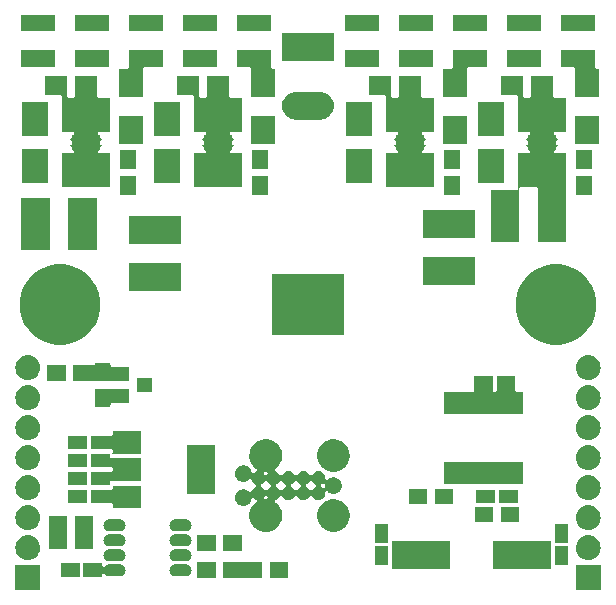
<source format=gts>
G04 #@! TF.GenerationSoftware,KiCad,Pcbnew,(6.0.0-rc1-dev-1425-g4c184f07a)*
G04 #@! TF.CreationDate,2018-12-24T15:04:36+01:00
G04 #@! TF.ProjectId,led_pixel_stm32f030_cree,6c65645f-7069-4786-956c-5f73746d3332,1.1*
G04 #@! TF.SameCoordinates,Original*
G04 #@! TF.FileFunction,Soldermask,Top*
G04 #@! TF.FilePolarity,Negative*
%FSLAX46Y46*%
G04 Gerber Fmt 4.6, Leading zero omitted, Abs format (unit mm)*
G04 Created by KiCad (PCBNEW (6.0.0-rc1-dev-1425-g4c184f07a)) date 24.12.2018 15:04:36*
%MOMM*%
%LPD*%
G04 APERTURE LIST*
%ADD10C,0.100000*%
G04 APERTURE END LIST*
D10*
G36*
X174780000Y-124164000D02*
G01*
X172680000Y-124164000D01*
X172680000Y-122064000D01*
X174780000Y-122064000D01*
X174780000Y-124164000D01*
X174780000Y-124164000D01*
G37*
G36*
X127320000Y-124164000D02*
G01*
X125220000Y-124164000D01*
X125220000Y-122064000D01*
X127320000Y-122064000D01*
X127320000Y-124164000D01*
X127320000Y-124164000D01*
G37*
G36*
X146144000Y-123129000D02*
G01*
X142807000Y-123129000D01*
X142807000Y-121829000D01*
X146144000Y-121829000D01*
X146144000Y-123129000D01*
X146144000Y-123129000D01*
G37*
G36*
X148344000Y-123129000D02*
G01*
X146744000Y-123129000D01*
X146744000Y-121829000D01*
X148344000Y-121829000D01*
X148344000Y-123129000D01*
X148344000Y-123129000D01*
G37*
G36*
X142207000Y-123129000D02*
G01*
X140607000Y-123129000D01*
X140607000Y-121829000D01*
X142207000Y-121829000D01*
X142207000Y-123129000D01*
X142207000Y-123129000D01*
G37*
G36*
X130673000Y-123054000D02*
G01*
X129073000Y-123054000D01*
X129073000Y-121904000D01*
X130673000Y-121904000D01*
X130673000Y-123054000D01*
X130673000Y-123054000D01*
G37*
G36*
X132573000Y-122079896D02*
G01*
X132575402Y-122104282D01*
X132582515Y-122127731D01*
X132594066Y-122149342D01*
X132609612Y-122168284D01*
X132628554Y-122183830D01*
X132650165Y-122195381D01*
X132673614Y-122202494D01*
X132698000Y-122204896D01*
X132722386Y-122202494D01*
X132745835Y-122195381D01*
X132767446Y-122183830D01*
X132794626Y-122159196D01*
X132826526Y-122120326D01*
X132903394Y-122057241D01*
X132991087Y-122010369D01*
X133086241Y-121981504D01*
X133160403Y-121974200D01*
X134073597Y-121974200D01*
X134147759Y-121981504D01*
X134242913Y-122010369D01*
X134330606Y-122057241D01*
X134407474Y-122120326D01*
X134470559Y-122197194D01*
X134517431Y-122284887D01*
X134546296Y-122380041D01*
X134556042Y-122479000D01*
X134546296Y-122577959D01*
X134517431Y-122673113D01*
X134470559Y-122760806D01*
X134407474Y-122837674D01*
X134330606Y-122900759D01*
X134242913Y-122947631D01*
X134147759Y-122976496D01*
X134073597Y-122983800D01*
X133160403Y-122983800D01*
X133086241Y-122976496D01*
X132991087Y-122947631D01*
X132903394Y-122900759D01*
X132826526Y-122837674D01*
X132794626Y-122798804D01*
X132777298Y-122781477D01*
X132756924Y-122767863D01*
X132734285Y-122758486D01*
X132710251Y-122753706D01*
X132685747Y-122753706D01*
X132661713Y-122758487D01*
X132639075Y-122767864D01*
X132618700Y-122781478D01*
X132601373Y-122798806D01*
X132587759Y-122819180D01*
X132578382Y-122841819D01*
X132573000Y-122878104D01*
X132573000Y-123054000D01*
X130973000Y-123054000D01*
X130973000Y-121904000D01*
X132573000Y-121904000D01*
X132573000Y-122079896D01*
X132573000Y-122079896D01*
G37*
G36*
X139735759Y-121981504D02*
G01*
X139830913Y-122010369D01*
X139918606Y-122057241D01*
X139995474Y-122120326D01*
X140058559Y-122197194D01*
X140105431Y-122284887D01*
X140134296Y-122380041D01*
X140144042Y-122479000D01*
X140134296Y-122577959D01*
X140105431Y-122673113D01*
X140058559Y-122760806D01*
X139995474Y-122837674D01*
X139918606Y-122900759D01*
X139830913Y-122947631D01*
X139735759Y-122976496D01*
X139661597Y-122983800D01*
X138748403Y-122983800D01*
X138674241Y-122976496D01*
X138579087Y-122947631D01*
X138491394Y-122900759D01*
X138414526Y-122837674D01*
X138351441Y-122760806D01*
X138304569Y-122673113D01*
X138275704Y-122577959D01*
X138265958Y-122479000D01*
X138275704Y-122380041D01*
X138304569Y-122284887D01*
X138351441Y-122197194D01*
X138414526Y-122120326D01*
X138491394Y-122057241D01*
X138579087Y-122010369D01*
X138674241Y-121981504D01*
X138748403Y-121974200D01*
X139661597Y-121974200D01*
X139735759Y-121981504D01*
X139735759Y-121981504D01*
G37*
G36*
X170543000Y-122409000D02*
G01*
X165643000Y-122409000D01*
X165643000Y-120009000D01*
X170543000Y-120009000D01*
X170543000Y-122409000D01*
X170543000Y-122409000D01*
G37*
G36*
X162043000Y-122409000D02*
G01*
X157143000Y-122409000D01*
X157143000Y-120009000D01*
X162043000Y-120009000D01*
X162043000Y-122409000D01*
X162043000Y-122409000D01*
G37*
G36*
X172038000Y-122070000D02*
G01*
X170888000Y-122070000D01*
X170888000Y-120470000D01*
X172038000Y-120470000D01*
X172038000Y-122070000D01*
X172038000Y-122070000D01*
G37*
G36*
X156798000Y-122070000D02*
G01*
X155648000Y-122070000D01*
X155648000Y-120470000D01*
X156798000Y-120470000D01*
X156798000Y-122070000D01*
X156798000Y-122070000D01*
G37*
G36*
X139735759Y-120711504D02*
G01*
X139830913Y-120740369D01*
X139918606Y-120787241D01*
X139995474Y-120850326D01*
X140058559Y-120927194D01*
X140105431Y-121014887D01*
X140134296Y-121110041D01*
X140144042Y-121209000D01*
X140134296Y-121307959D01*
X140105431Y-121403113D01*
X140058559Y-121490806D01*
X139995474Y-121567674D01*
X139918606Y-121630759D01*
X139830913Y-121677631D01*
X139735759Y-121706496D01*
X139661597Y-121713800D01*
X138748403Y-121713800D01*
X138674241Y-121706496D01*
X138579087Y-121677631D01*
X138491394Y-121630759D01*
X138414526Y-121567674D01*
X138351441Y-121490806D01*
X138304569Y-121403113D01*
X138275704Y-121307959D01*
X138265958Y-121209000D01*
X138275704Y-121110041D01*
X138304569Y-121014887D01*
X138351441Y-120927194D01*
X138414526Y-120850326D01*
X138491394Y-120787241D01*
X138579087Y-120740369D01*
X138674241Y-120711504D01*
X138748403Y-120704200D01*
X139661597Y-120704200D01*
X139735759Y-120711504D01*
X139735759Y-120711504D01*
G37*
G36*
X134147759Y-120711504D02*
G01*
X134242913Y-120740369D01*
X134330606Y-120787241D01*
X134407474Y-120850326D01*
X134470559Y-120927194D01*
X134517431Y-121014887D01*
X134546296Y-121110041D01*
X134556042Y-121209000D01*
X134546296Y-121307959D01*
X134517431Y-121403113D01*
X134470559Y-121490806D01*
X134407474Y-121567674D01*
X134330606Y-121630759D01*
X134242913Y-121677631D01*
X134147759Y-121706496D01*
X134073597Y-121713800D01*
X133160403Y-121713800D01*
X133086241Y-121706496D01*
X132991087Y-121677631D01*
X132903394Y-121630759D01*
X132826526Y-121567674D01*
X132763441Y-121490806D01*
X132716569Y-121403113D01*
X132687704Y-121307959D01*
X132677958Y-121209000D01*
X132687704Y-121110041D01*
X132716569Y-121014887D01*
X132763441Y-120927194D01*
X132826526Y-120850326D01*
X132903394Y-120787241D01*
X132991087Y-120740369D01*
X133086241Y-120711504D01*
X133160403Y-120704200D01*
X134073597Y-120704200D01*
X134147759Y-120711504D01*
X134147759Y-120711504D01*
G37*
G36*
X173858707Y-119531597D02*
G01*
X173935836Y-119539193D01*
X174067787Y-119579220D01*
X174133763Y-119599233D01*
X174316172Y-119696733D01*
X174476054Y-119827946D01*
X174607267Y-119987828D01*
X174704767Y-120170237D01*
X174724780Y-120236213D01*
X174764807Y-120368164D01*
X174785080Y-120574000D01*
X174764807Y-120779836D01*
X174745646Y-120843000D01*
X174704767Y-120977763D01*
X174607267Y-121160172D01*
X174476054Y-121320054D01*
X174316172Y-121451267D01*
X174133763Y-121548767D01*
X174071434Y-121567674D01*
X173935836Y-121608807D01*
X173858707Y-121616403D01*
X173781580Y-121624000D01*
X173678420Y-121624000D01*
X173601293Y-121616403D01*
X173524164Y-121608807D01*
X173388566Y-121567674D01*
X173326237Y-121548767D01*
X173143828Y-121451267D01*
X172983946Y-121320054D01*
X172852733Y-121160172D01*
X172755233Y-120977763D01*
X172714354Y-120843000D01*
X172695193Y-120779836D01*
X172674920Y-120574000D01*
X172695193Y-120368164D01*
X172735220Y-120236213D01*
X172755233Y-120170237D01*
X172852733Y-119987828D01*
X172983946Y-119827946D01*
X173143828Y-119696733D01*
X173326237Y-119599233D01*
X173392213Y-119579220D01*
X173524164Y-119539193D01*
X173601293Y-119531597D01*
X173678420Y-119524000D01*
X173781580Y-119524000D01*
X173858707Y-119531597D01*
X173858707Y-119531597D01*
G37*
G36*
X126398707Y-119531597D02*
G01*
X126475836Y-119539193D01*
X126607787Y-119579220D01*
X126673763Y-119599233D01*
X126856172Y-119696733D01*
X127016054Y-119827946D01*
X127147267Y-119987828D01*
X127244767Y-120170237D01*
X127264780Y-120236213D01*
X127304807Y-120368164D01*
X127325080Y-120574000D01*
X127304807Y-120779836D01*
X127285646Y-120843000D01*
X127244767Y-120977763D01*
X127147267Y-121160172D01*
X127016054Y-121320054D01*
X126856172Y-121451267D01*
X126673763Y-121548767D01*
X126611434Y-121567674D01*
X126475836Y-121608807D01*
X126398707Y-121616403D01*
X126321580Y-121624000D01*
X126218420Y-121624000D01*
X126141293Y-121616403D01*
X126064164Y-121608807D01*
X125928566Y-121567674D01*
X125866237Y-121548767D01*
X125683828Y-121451267D01*
X125523946Y-121320054D01*
X125392733Y-121160172D01*
X125295233Y-120977763D01*
X125254354Y-120843000D01*
X125235193Y-120779836D01*
X125214920Y-120574000D01*
X125235193Y-120368164D01*
X125275220Y-120236213D01*
X125295233Y-120170237D01*
X125392733Y-119987828D01*
X125523946Y-119827946D01*
X125683828Y-119696733D01*
X125866237Y-119599233D01*
X125932213Y-119579220D01*
X126064164Y-119539193D01*
X126141293Y-119531597D01*
X126218420Y-119524000D01*
X126321580Y-119524000D01*
X126398707Y-119531597D01*
X126398707Y-119531597D01*
G37*
G36*
X144407000Y-120843000D02*
G01*
X142807000Y-120843000D01*
X142807000Y-119543000D01*
X144407000Y-119543000D01*
X144407000Y-120843000D01*
X144407000Y-120843000D01*
G37*
G36*
X142207000Y-120843000D02*
G01*
X140607000Y-120843000D01*
X140607000Y-119543000D01*
X142207000Y-119543000D01*
X142207000Y-120843000D01*
X142207000Y-120843000D01*
G37*
G36*
X131834000Y-120716000D02*
G01*
X130234000Y-120716000D01*
X130234000Y-117892000D01*
X131834000Y-117892000D01*
X131834000Y-120716000D01*
X131834000Y-120716000D01*
G37*
G36*
X129634000Y-120716000D02*
G01*
X128034000Y-120716000D01*
X128034000Y-117892000D01*
X129634000Y-117892000D01*
X129634000Y-120716000D01*
X129634000Y-120716000D01*
G37*
G36*
X134147759Y-119441504D02*
G01*
X134242913Y-119470369D01*
X134330606Y-119517241D01*
X134407474Y-119580326D01*
X134470559Y-119657194D01*
X134517431Y-119744887D01*
X134546296Y-119840041D01*
X134556042Y-119939000D01*
X134546296Y-120037959D01*
X134517431Y-120133113D01*
X134470559Y-120220806D01*
X134407474Y-120297674D01*
X134330606Y-120360759D01*
X134242913Y-120407631D01*
X134147759Y-120436496D01*
X134073597Y-120443800D01*
X133160403Y-120443800D01*
X133086241Y-120436496D01*
X132991087Y-120407631D01*
X132903394Y-120360759D01*
X132826526Y-120297674D01*
X132763441Y-120220806D01*
X132716569Y-120133113D01*
X132687704Y-120037959D01*
X132677958Y-119939000D01*
X132687704Y-119840041D01*
X132716569Y-119744887D01*
X132763441Y-119657194D01*
X132826526Y-119580326D01*
X132903394Y-119517241D01*
X132991087Y-119470369D01*
X133086241Y-119441504D01*
X133160403Y-119434200D01*
X134073597Y-119434200D01*
X134147759Y-119441504D01*
X134147759Y-119441504D01*
G37*
G36*
X139735759Y-119441504D02*
G01*
X139830913Y-119470369D01*
X139918606Y-119517241D01*
X139995474Y-119580326D01*
X140058559Y-119657194D01*
X140105431Y-119744887D01*
X140134296Y-119840041D01*
X140144042Y-119939000D01*
X140134296Y-120037959D01*
X140105431Y-120133113D01*
X140058559Y-120220806D01*
X139995474Y-120297674D01*
X139918606Y-120360759D01*
X139830913Y-120407631D01*
X139735759Y-120436496D01*
X139661597Y-120443800D01*
X138748403Y-120443800D01*
X138674241Y-120436496D01*
X138579087Y-120407631D01*
X138491394Y-120360759D01*
X138414526Y-120297674D01*
X138351441Y-120220806D01*
X138304569Y-120133113D01*
X138275704Y-120037959D01*
X138265958Y-119939000D01*
X138275704Y-119840041D01*
X138304569Y-119744887D01*
X138351441Y-119657194D01*
X138414526Y-119580326D01*
X138491394Y-119517241D01*
X138579087Y-119470369D01*
X138674241Y-119441504D01*
X138748403Y-119434200D01*
X139661597Y-119434200D01*
X139735759Y-119441504D01*
X139735759Y-119441504D01*
G37*
G36*
X156798000Y-120170000D02*
G01*
X155648000Y-120170000D01*
X155648000Y-118570000D01*
X156798000Y-118570000D01*
X156798000Y-120170000D01*
X156798000Y-120170000D01*
G37*
G36*
X172038000Y-120170000D02*
G01*
X170888000Y-120170000D01*
X170888000Y-118570000D01*
X172038000Y-118570000D01*
X172038000Y-120170000D01*
X172038000Y-120170000D01*
G37*
G36*
X152319040Y-116475737D02*
G01*
X152550719Y-116521820D01*
X152803228Y-116626413D01*
X153030480Y-116778258D01*
X153223742Y-116971520D01*
X153375587Y-117198772D01*
X153480180Y-117451281D01*
X153533500Y-117719343D01*
X153533500Y-117992657D01*
X153480180Y-118260719D01*
X153375587Y-118513228D01*
X153223742Y-118740480D01*
X153030480Y-118933742D01*
X152803228Y-119085587D01*
X152550719Y-119190180D01*
X152320803Y-119235912D01*
X152282658Y-119243500D01*
X152009342Y-119243500D01*
X151971197Y-119235912D01*
X151741281Y-119190180D01*
X151488772Y-119085587D01*
X151261520Y-118933742D01*
X151068258Y-118740480D01*
X150916413Y-118513228D01*
X150811820Y-118260719D01*
X150758500Y-117992657D01*
X150758500Y-117719343D01*
X150811820Y-117451281D01*
X150916413Y-117198772D01*
X151068258Y-116971520D01*
X151261520Y-116778258D01*
X151488772Y-116626413D01*
X151741281Y-116521820D01*
X151972960Y-116475737D01*
X152009342Y-116468500D01*
X152282658Y-116468500D01*
X152319040Y-116475737D01*
X152319040Y-116475737D01*
G37*
G36*
X146605803Y-111396088D02*
G01*
X146835719Y-111441820D01*
X147088228Y-111546413D01*
X147315480Y-111698258D01*
X147508742Y-111891520D01*
X147660587Y-112118772D01*
X147765180Y-112371281D01*
X147797225Y-112532386D01*
X147814653Y-112620000D01*
X147818500Y-112639343D01*
X147818500Y-112912657D01*
X147765180Y-113180719D01*
X147660587Y-113433228D01*
X147508742Y-113660480D01*
X147315480Y-113853742D01*
X147243861Y-113901596D01*
X147224923Y-113917138D01*
X147209378Y-113936080D01*
X147197827Y-113957691D01*
X147190714Y-113981140D01*
X147188312Y-114005527D01*
X147190714Y-114029913D01*
X147197827Y-114053362D01*
X147209379Y-114074973D01*
X147224924Y-114093915D01*
X147243866Y-114109460D01*
X147265463Y-114121004D01*
X147347223Y-114154870D01*
X147444462Y-114219843D01*
X147527157Y-114302538D01*
X147592130Y-114399777D01*
X147592132Y-114399782D01*
X147597066Y-114407166D01*
X147612612Y-114426109D01*
X147631554Y-114441654D01*
X147653165Y-114453205D01*
X147676614Y-114460318D01*
X147701000Y-114462720D01*
X147725387Y-114460318D01*
X147748836Y-114453205D01*
X147770446Y-114441654D01*
X147789389Y-114426108D01*
X147804934Y-114407166D01*
X147809868Y-114399782D01*
X147809870Y-114399777D01*
X147874843Y-114302538D01*
X147957538Y-114219843D01*
X148054777Y-114154870D01*
X148162824Y-114110115D01*
X148277526Y-114087300D01*
X148394474Y-114087300D01*
X148509176Y-114110115D01*
X148617223Y-114154870D01*
X148714462Y-114219843D01*
X148797157Y-114302538D01*
X148862130Y-114399777D01*
X148862132Y-114399782D01*
X148867066Y-114407166D01*
X148882612Y-114426109D01*
X148901554Y-114441654D01*
X148923165Y-114453205D01*
X148946614Y-114460318D01*
X148971000Y-114462720D01*
X148995387Y-114460318D01*
X149018836Y-114453205D01*
X149040446Y-114441654D01*
X149059389Y-114426108D01*
X149074934Y-114407166D01*
X149079868Y-114399782D01*
X149079870Y-114399777D01*
X149144843Y-114302538D01*
X149227538Y-114219843D01*
X149324777Y-114154870D01*
X149432824Y-114110115D01*
X149547526Y-114087300D01*
X149664474Y-114087300D01*
X149779176Y-114110115D01*
X149887223Y-114154870D01*
X149984462Y-114219843D01*
X150067157Y-114302538D01*
X150132130Y-114399777D01*
X150132132Y-114399782D01*
X150137066Y-114407166D01*
X150152612Y-114426109D01*
X150171554Y-114441654D01*
X150193165Y-114453205D01*
X150216614Y-114460318D01*
X150241000Y-114462720D01*
X150265387Y-114460318D01*
X150288836Y-114453205D01*
X150310446Y-114441654D01*
X150329389Y-114426108D01*
X150344934Y-114407166D01*
X150349868Y-114399782D01*
X150349870Y-114399777D01*
X150414843Y-114302538D01*
X150497538Y-114219843D01*
X150594777Y-114154870D01*
X150702824Y-114110115D01*
X150817526Y-114087300D01*
X150934474Y-114087300D01*
X151049176Y-114110115D01*
X151157223Y-114154870D01*
X151254462Y-114219843D01*
X151337157Y-114302538D01*
X151402130Y-114399777D01*
X151446885Y-114507824D01*
X151468548Y-114616733D01*
X151469700Y-114622526D01*
X151469700Y-114707220D01*
X151472102Y-114731606D01*
X151479215Y-114755055D01*
X151490766Y-114776666D01*
X151506312Y-114795608D01*
X151525254Y-114811154D01*
X151546865Y-114822705D01*
X151570314Y-114829818D01*
X151594700Y-114832220D01*
X151619086Y-114829818D01*
X151642535Y-114822705D01*
X151664146Y-114811154D01*
X151683088Y-114795608D01*
X151702769Y-114775927D01*
X151757325Y-114739474D01*
X151816652Y-114699833D01*
X151943189Y-114647420D01*
X152032742Y-114629607D01*
X152077518Y-114620700D01*
X152214482Y-114620700D01*
X152259258Y-114629607D01*
X152348811Y-114647420D01*
X152475348Y-114699833D01*
X152534675Y-114739474D01*
X152589231Y-114775927D01*
X152686073Y-114872769D01*
X152686075Y-114872772D01*
X152762167Y-114986652D01*
X152814580Y-115113189D01*
X152820342Y-115142157D01*
X152841300Y-115247518D01*
X152841300Y-115384482D01*
X152837340Y-115404388D01*
X152814580Y-115518811D01*
X152762167Y-115645348D01*
X152725761Y-115699834D01*
X152686073Y-115759231D01*
X152589231Y-115856073D01*
X152589228Y-115856075D01*
X152475348Y-115932167D01*
X152348811Y-115984580D01*
X152262990Y-116001651D01*
X152214482Y-116011300D01*
X152077518Y-116011300D01*
X152029010Y-116001651D01*
X151943189Y-115984580D01*
X151816652Y-115932167D01*
X151702772Y-115856075D01*
X151702769Y-115856073D01*
X151683088Y-115836392D01*
X151664146Y-115820846D01*
X151642535Y-115809295D01*
X151619086Y-115802182D01*
X151594700Y-115799780D01*
X151570314Y-115802182D01*
X151546865Y-115809295D01*
X151525254Y-115820846D01*
X151506312Y-115836392D01*
X151490766Y-115855334D01*
X151479215Y-115876945D01*
X151472102Y-115900394D01*
X151469700Y-115924780D01*
X151469700Y-116009474D01*
X151446885Y-116124176D01*
X151402130Y-116232223D01*
X151337157Y-116329462D01*
X151254462Y-116412157D01*
X151157223Y-116477130D01*
X151049176Y-116521885D01*
X150934474Y-116544700D01*
X150817526Y-116544700D01*
X150702824Y-116521885D01*
X150594777Y-116477130D01*
X150497538Y-116412157D01*
X150414843Y-116329462D01*
X150349870Y-116232223D01*
X150349868Y-116232218D01*
X150344934Y-116224834D01*
X150329388Y-116205891D01*
X150310446Y-116190346D01*
X150288835Y-116178795D01*
X150265386Y-116171682D01*
X150241000Y-116169280D01*
X150216613Y-116171682D01*
X150193164Y-116178795D01*
X150171554Y-116190346D01*
X150152611Y-116205892D01*
X150137066Y-116224834D01*
X150132132Y-116232218D01*
X150132130Y-116232223D01*
X150067157Y-116329462D01*
X149984462Y-116412157D01*
X149887223Y-116477130D01*
X149779176Y-116521885D01*
X149664474Y-116544700D01*
X149547526Y-116544700D01*
X149432824Y-116521885D01*
X149324777Y-116477130D01*
X149227538Y-116412157D01*
X149144843Y-116329462D01*
X149079870Y-116232223D01*
X149079868Y-116232218D01*
X149074934Y-116224834D01*
X149059388Y-116205891D01*
X149040446Y-116190346D01*
X149018835Y-116178795D01*
X148995386Y-116171682D01*
X148971000Y-116169280D01*
X148946613Y-116171682D01*
X148923164Y-116178795D01*
X148901554Y-116190346D01*
X148882611Y-116205892D01*
X148867066Y-116224834D01*
X148862132Y-116232218D01*
X148862130Y-116232223D01*
X148797157Y-116329462D01*
X148714462Y-116412157D01*
X148617223Y-116477130D01*
X148509176Y-116521885D01*
X148394474Y-116544700D01*
X148277526Y-116544700D01*
X148162824Y-116521885D01*
X148054777Y-116477130D01*
X147957538Y-116412157D01*
X147874843Y-116329462D01*
X147809870Y-116232223D01*
X147809868Y-116232218D01*
X147804934Y-116224834D01*
X147789388Y-116205891D01*
X147770446Y-116190346D01*
X147748835Y-116178795D01*
X147725386Y-116171682D01*
X147701000Y-116169280D01*
X147676613Y-116171682D01*
X147653164Y-116178795D01*
X147631554Y-116190346D01*
X147612611Y-116205892D01*
X147597066Y-116224834D01*
X147592132Y-116232218D01*
X147592130Y-116232223D01*
X147527157Y-116329462D01*
X147444462Y-116412157D01*
X147347223Y-116477130D01*
X147265463Y-116510996D01*
X147243866Y-116522540D01*
X147224924Y-116538085D01*
X147209379Y-116557027D01*
X147197827Y-116578638D01*
X147190714Y-116602087D01*
X147188312Y-116626473D01*
X147190714Y-116650860D01*
X147197827Y-116674309D01*
X147209378Y-116695920D01*
X147224923Y-116714862D01*
X147243861Y-116730404D01*
X147315480Y-116778258D01*
X147508742Y-116971520D01*
X147660587Y-117198772D01*
X147765180Y-117451281D01*
X147818500Y-117719343D01*
X147818500Y-117992657D01*
X147765180Y-118260719D01*
X147660587Y-118513228D01*
X147508742Y-118740480D01*
X147315480Y-118933742D01*
X147088228Y-119085587D01*
X146835719Y-119190180D01*
X146605803Y-119235912D01*
X146567658Y-119243500D01*
X146294342Y-119243500D01*
X146256197Y-119235912D01*
X146026281Y-119190180D01*
X145773772Y-119085587D01*
X145546520Y-118933742D01*
X145353258Y-118740480D01*
X145201413Y-118513228D01*
X145096820Y-118260719D01*
X145043500Y-117992657D01*
X145043500Y-117719343D01*
X145096820Y-117451281D01*
X145201413Y-117198772D01*
X145353258Y-116971520D01*
X145546520Y-116778258D01*
X145618139Y-116730404D01*
X145637077Y-116714862D01*
X145652622Y-116695920D01*
X145664173Y-116674309D01*
X145671286Y-116650860D01*
X145673688Y-116626473D01*
X145671286Y-116602087D01*
X145664173Y-116578638D01*
X145652621Y-116557027D01*
X145637076Y-116538085D01*
X145618134Y-116522540D01*
X145596537Y-116510996D01*
X145514777Y-116477130D01*
X145417538Y-116412157D01*
X145417112Y-116411731D01*
X145398176Y-116396190D01*
X145376565Y-116384639D01*
X145353116Y-116377526D01*
X145328730Y-116375124D01*
X145304344Y-116377526D01*
X145280895Y-116384639D01*
X145259284Y-116396190D01*
X145240342Y-116411736D01*
X145224796Y-116430678D01*
X145213245Y-116452289D01*
X145206132Y-116475737D01*
X145194580Y-116533811D01*
X145142167Y-116660348D01*
X145105742Y-116714862D01*
X145066073Y-116774231D01*
X144969231Y-116871073D01*
X144969228Y-116871075D01*
X144855348Y-116947167D01*
X144728811Y-116999580D01*
X144639258Y-117017393D01*
X144594482Y-117026300D01*
X144457518Y-117026300D01*
X144412742Y-117017393D01*
X144323189Y-116999580D01*
X144196652Y-116947167D01*
X144082772Y-116871075D01*
X144082769Y-116871073D01*
X143985927Y-116774231D01*
X143946258Y-116714862D01*
X143909833Y-116660348D01*
X143857420Y-116533811D01*
X143830700Y-116399481D01*
X143830700Y-116343500D01*
X146273112Y-116343500D01*
X146275514Y-116367886D01*
X146282627Y-116391335D01*
X146294178Y-116412946D01*
X146309723Y-116431888D01*
X146328665Y-116447433D01*
X146350276Y-116458985D01*
X146373725Y-116466098D01*
X146398112Y-116468500D01*
X146463888Y-116468500D01*
X146488274Y-116466098D01*
X146511723Y-116458985D01*
X146533334Y-116447434D01*
X146552276Y-116431888D01*
X146567822Y-116412946D01*
X146579373Y-116391335D01*
X146586486Y-116367886D01*
X146588888Y-116343500D01*
X146586486Y-116319114D01*
X146579373Y-116295665D01*
X146567825Y-116274061D01*
X146539870Y-116232223D01*
X146539869Y-116232220D01*
X146534933Y-116224833D01*
X146519388Y-116205891D01*
X146500446Y-116190346D01*
X146478835Y-116178795D01*
X146455386Y-116171682D01*
X146431000Y-116169280D01*
X146406613Y-116171682D01*
X146383164Y-116178795D01*
X146361553Y-116190347D01*
X146342611Y-116205892D01*
X146327067Y-116224833D01*
X146322131Y-116232220D01*
X146322130Y-116232223D01*
X146294175Y-116274061D01*
X146282627Y-116295664D01*
X146275514Y-116319113D01*
X146273112Y-116343500D01*
X143830700Y-116343500D01*
X143830700Y-116262519D01*
X143835169Y-116240054D01*
X143848769Y-116171682D01*
X143857420Y-116128189D01*
X143909833Y-116001652D01*
X143985925Y-115887772D01*
X143985927Y-115887769D01*
X144082769Y-115790927D01*
X144130210Y-115759228D01*
X144196652Y-115714833D01*
X144323189Y-115662420D01*
X144413842Y-115644388D01*
X144457518Y-115635700D01*
X144594482Y-115635700D01*
X144638158Y-115644388D01*
X144728811Y-115662420D01*
X144855348Y-115714833D01*
X144921790Y-115759228D01*
X144969231Y-115790927D01*
X145015126Y-115836822D01*
X145034068Y-115852368D01*
X145055679Y-115863919D01*
X145079128Y-115871032D01*
X145103514Y-115873434D01*
X145127900Y-115871032D01*
X145151349Y-115863919D01*
X145172960Y-115852368D01*
X145191902Y-115836822D01*
X145207448Y-115817880D01*
X145218999Y-115796269D01*
X145223165Y-115782536D01*
X145225113Y-115777832D01*
X145225115Y-115777824D01*
X145269870Y-115669777D01*
X145334843Y-115572538D01*
X145417538Y-115489843D01*
X145514777Y-115424870D01*
X145514782Y-115424868D01*
X145522166Y-115419934D01*
X145541109Y-115404388D01*
X145556654Y-115385446D01*
X145568205Y-115363835D01*
X145575318Y-115340386D01*
X145577720Y-115316000D01*
X146014280Y-115316000D01*
X146016682Y-115340387D01*
X146023795Y-115363836D01*
X146035346Y-115385446D01*
X146050892Y-115404389D01*
X146069834Y-115419934D01*
X146077218Y-115424868D01*
X146077223Y-115424870D01*
X146174462Y-115489843D01*
X146257157Y-115572538D01*
X146322130Y-115669777D01*
X146322132Y-115669782D01*
X146327066Y-115677166D01*
X146342612Y-115696109D01*
X146361554Y-115711654D01*
X146383165Y-115723205D01*
X146406614Y-115730318D01*
X146431000Y-115732720D01*
X146455387Y-115730318D01*
X146478836Y-115723205D01*
X146500446Y-115711654D01*
X146519389Y-115696108D01*
X146534934Y-115677166D01*
X146539868Y-115669782D01*
X146539870Y-115669777D01*
X146604843Y-115572538D01*
X146687538Y-115489843D01*
X146784777Y-115424870D01*
X146784782Y-115424868D01*
X146792166Y-115419934D01*
X146811109Y-115404388D01*
X146826654Y-115385446D01*
X146838205Y-115363835D01*
X146845318Y-115340386D01*
X146847720Y-115316000D01*
X147284280Y-115316000D01*
X147286682Y-115340387D01*
X147293795Y-115363836D01*
X147305346Y-115385446D01*
X147320892Y-115404389D01*
X147339834Y-115419934D01*
X147347218Y-115424868D01*
X147347223Y-115424870D01*
X147444462Y-115489843D01*
X147527157Y-115572538D01*
X147592130Y-115669777D01*
X147592132Y-115669782D01*
X147597066Y-115677166D01*
X147612612Y-115696109D01*
X147631554Y-115711654D01*
X147653165Y-115723205D01*
X147676614Y-115730318D01*
X147701000Y-115732720D01*
X147725387Y-115730318D01*
X147748836Y-115723205D01*
X147770446Y-115711654D01*
X147789389Y-115696108D01*
X147804934Y-115677166D01*
X147809868Y-115669782D01*
X147809870Y-115669777D01*
X147874843Y-115572538D01*
X147957538Y-115489843D01*
X148054777Y-115424870D01*
X148054782Y-115424868D01*
X148062166Y-115419934D01*
X148081109Y-115404388D01*
X148096654Y-115385446D01*
X148108205Y-115363835D01*
X148115318Y-115340386D01*
X148117720Y-115316000D01*
X148554280Y-115316000D01*
X148556682Y-115340387D01*
X148563795Y-115363836D01*
X148575346Y-115385446D01*
X148590892Y-115404389D01*
X148609834Y-115419934D01*
X148617218Y-115424868D01*
X148617223Y-115424870D01*
X148714462Y-115489843D01*
X148797157Y-115572538D01*
X148862130Y-115669777D01*
X148862132Y-115669782D01*
X148867066Y-115677166D01*
X148882612Y-115696109D01*
X148901554Y-115711654D01*
X148923165Y-115723205D01*
X148946614Y-115730318D01*
X148971000Y-115732720D01*
X148995387Y-115730318D01*
X149018836Y-115723205D01*
X149040446Y-115711654D01*
X149059389Y-115696108D01*
X149074934Y-115677166D01*
X149079868Y-115669782D01*
X149079870Y-115669777D01*
X149144843Y-115572538D01*
X149227538Y-115489843D01*
X149324777Y-115424870D01*
X149324782Y-115424868D01*
X149332166Y-115419934D01*
X149351109Y-115404388D01*
X149366654Y-115385446D01*
X149378205Y-115363835D01*
X149385318Y-115340386D01*
X149387720Y-115316000D01*
X149824280Y-115316000D01*
X149826682Y-115340387D01*
X149833795Y-115363836D01*
X149845346Y-115385446D01*
X149860892Y-115404389D01*
X149879834Y-115419934D01*
X149887218Y-115424868D01*
X149887223Y-115424870D01*
X149984462Y-115489843D01*
X150067157Y-115572538D01*
X150132130Y-115669777D01*
X150132132Y-115669782D01*
X150137066Y-115677166D01*
X150152612Y-115696109D01*
X150171554Y-115711654D01*
X150193165Y-115723205D01*
X150216614Y-115730318D01*
X150241000Y-115732720D01*
X150265387Y-115730318D01*
X150288836Y-115723205D01*
X150310446Y-115711654D01*
X150329389Y-115696108D01*
X150344934Y-115677166D01*
X150349868Y-115669782D01*
X150349870Y-115669777D01*
X150414843Y-115572538D01*
X150497538Y-115489843D01*
X150594777Y-115424870D01*
X150594782Y-115424868D01*
X150602166Y-115419934D01*
X150621109Y-115404388D01*
X150636654Y-115385446D01*
X150648205Y-115363835D01*
X150655318Y-115340386D01*
X150657720Y-115316000D01*
X151094280Y-115316000D01*
X151096682Y-115340387D01*
X151103795Y-115363836D01*
X151115346Y-115385447D01*
X151130892Y-115404389D01*
X151149833Y-115419934D01*
X151157216Y-115424867D01*
X151157223Y-115424870D01*
X151254462Y-115489843D01*
X151254469Y-115489850D01*
X151256253Y-115491042D01*
X151277864Y-115502593D01*
X151301313Y-115509706D01*
X151325700Y-115512108D01*
X151350086Y-115509706D01*
X151373535Y-115502593D01*
X151395146Y-115491042D01*
X151414088Y-115475497D01*
X151429634Y-115456555D01*
X151441185Y-115434944D01*
X151448298Y-115411495D01*
X151450700Y-115387108D01*
X151450700Y-115244892D01*
X151448298Y-115220506D01*
X151441185Y-115197057D01*
X151429634Y-115175446D01*
X151414088Y-115156504D01*
X151395146Y-115140958D01*
X151373535Y-115129407D01*
X151350086Y-115122294D01*
X151325700Y-115119892D01*
X151301314Y-115122294D01*
X151277865Y-115129407D01*
X151256253Y-115140958D01*
X151254469Y-115142150D01*
X151254462Y-115142157D01*
X151157223Y-115207130D01*
X151157216Y-115207133D01*
X151149833Y-115212066D01*
X151130891Y-115227612D01*
X151115346Y-115246554D01*
X151103795Y-115268165D01*
X151096682Y-115291614D01*
X151094280Y-115316000D01*
X150657720Y-115316000D01*
X150655318Y-115291613D01*
X150648205Y-115268164D01*
X150636654Y-115246554D01*
X150621108Y-115227611D01*
X150602166Y-115212066D01*
X150594782Y-115207132D01*
X150594777Y-115207130D01*
X150497538Y-115142157D01*
X150414843Y-115059462D01*
X150349870Y-114962223D01*
X150349868Y-114962218D01*
X150344934Y-114954834D01*
X150329388Y-114935891D01*
X150310446Y-114920346D01*
X150288835Y-114908795D01*
X150265386Y-114901682D01*
X150241000Y-114899280D01*
X150216613Y-114901682D01*
X150193164Y-114908795D01*
X150171554Y-114920346D01*
X150152611Y-114935892D01*
X150137066Y-114954834D01*
X150132132Y-114962218D01*
X150132130Y-114962223D01*
X150067157Y-115059462D01*
X149984462Y-115142157D01*
X149887223Y-115207130D01*
X149887218Y-115207132D01*
X149879834Y-115212066D01*
X149860891Y-115227612D01*
X149845346Y-115246554D01*
X149833795Y-115268165D01*
X149826682Y-115291614D01*
X149824280Y-115316000D01*
X149387720Y-115316000D01*
X149385318Y-115291613D01*
X149378205Y-115268164D01*
X149366654Y-115246554D01*
X149351108Y-115227611D01*
X149332166Y-115212066D01*
X149324782Y-115207132D01*
X149324777Y-115207130D01*
X149227538Y-115142157D01*
X149144843Y-115059462D01*
X149079870Y-114962223D01*
X149079868Y-114962218D01*
X149074934Y-114954834D01*
X149059388Y-114935891D01*
X149040446Y-114920346D01*
X149018835Y-114908795D01*
X148995386Y-114901682D01*
X148971000Y-114899280D01*
X148946613Y-114901682D01*
X148923164Y-114908795D01*
X148901554Y-114920346D01*
X148882611Y-114935892D01*
X148867066Y-114954834D01*
X148862132Y-114962218D01*
X148862130Y-114962223D01*
X148797157Y-115059462D01*
X148714462Y-115142157D01*
X148617223Y-115207130D01*
X148617218Y-115207132D01*
X148609834Y-115212066D01*
X148590891Y-115227612D01*
X148575346Y-115246554D01*
X148563795Y-115268165D01*
X148556682Y-115291614D01*
X148554280Y-115316000D01*
X148117720Y-115316000D01*
X148115318Y-115291613D01*
X148108205Y-115268164D01*
X148096654Y-115246554D01*
X148081108Y-115227611D01*
X148062166Y-115212066D01*
X148054782Y-115207132D01*
X148054777Y-115207130D01*
X147957538Y-115142157D01*
X147874843Y-115059462D01*
X147809870Y-114962223D01*
X147809868Y-114962218D01*
X147804934Y-114954834D01*
X147789388Y-114935891D01*
X147770446Y-114920346D01*
X147748835Y-114908795D01*
X147725386Y-114901682D01*
X147701000Y-114899280D01*
X147676613Y-114901682D01*
X147653164Y-114908795D01*
X147631554Y-114920346D01*
X147612611Y-114935892D01*
X147597066Y-114954834D01*
X147592132Y-114962218D01*
X147592130Y-114962223D01*
X147527157Y-115059462D01*
X147444462Y-115142157D01*
X147347223Y-115207130D01*
X147347218Y-115207132D01*
X147339834Y-115212066D01*
X147320891Y-115227612D01*
X147305346Y-115246554D01*
X147293795Y-115268165D01*
X147286682Y-115291614D01*
X147284280Y-115316000D01*
X146847720Y-115316000D01*
X146845318Y-115291613D01*
X146838205Y-115268164D01*
X146826654Y-115246554D01*
X146811108Y-115227611D01*
X146792166Y-115212066D01*
X146784782Y-115207132D01*
X146784777Y-115207130D01*
X146687538Y-115142157D01*
X146604843Y-115059462D01*
X146539870Y-114962223D01*
X146539868Y-114962218D01*
X146534934Y-114954834D01*
X146519388Y-114935891D01*
X146500446Y-114920346D01*
X146478835Y-114908795D01*
X146455386Y-114901682D01*
X146431000Y-114899280D01*
X146406613Y-114901682D01*
X146383164Y-114908795D01*
X146361554Y-114920346D01*
X146342611Y-114935892D01*
X146327066Y-114954834D01*
X146322132Y-114962218D01*
X146322130Y-114962223D01*
X146257157Y-115059462D01*
X146174462Y-115142157D01*
X146077223Y-115207130D01*
X146077218Y-115207132D01*
X146069834Y-115212066D01*
X146050891Y-115227612D01*
X146035346Y-115246554D01*
X146023795Y-115268165D01*
X146016682Y-115291614D01*
X146014280Y-115316000D01*
X145577720Y-115316000D01*
X145575318Y-115291613D01*
X145568205Y-115268164D01*
X145556654Y-115246554D01*
X145541108Y-115227611D01*
X145522166Y-115212066D01*
X145514782Y-115207132D01*
X145514777Y-115207130D01*
X145417538Y-115142157D01*
X145334843Y-115059462D01*
X145269870Y-114962223D01*
X145225115Y-114854176D01*
X145225114Y-114854172D01*
X145223165Y-114849466D01*
X145219002Y-114835739D01*
X145207453Y-114814127D01*
X145191908Y-114795184D01*
X145172967Y-114779637D01*
X145151357Y-114768084D01*
X145127909Y-114760970D01*
X145103523Y-114758566D01*
X145079136Y-114760966D01*
X145055687Y-114768078D01*
X145034075Y-114779627D01*
X145015126Y-114795178D01*
X144969231Y-114841073D01*
X144969228Y-114841075D01*
X144855348Y-114917167D01*
X144728811Y-114969580D01*
X144642990Y-114986651D01*
X144594482Y-114996300D01*
X144457518Y-114996300D01*
X144409010Y-114986651D01*
X144323189Y-114969580D01*
X144196652Y-114917167D01*
X144082772Y-114841075D01*
X144082769Y-114841073D01*
X143985927Y-114744231D01*
X143909834Y-114630349D01*
X143909833Y-114630348D01*
X143857420Y-114503811D01*
X143830700Y-114369481D01*
X143830700Y-114288500D01*
X146273112Y-114288500D01*
X146275514Y-114312886D01*
X146282627Y-114336335D01*
X146294175Y-114357939D01*
X146322130Y-114399777D01*
X146322131Y-114399780D01*
X146327067Y-114407167D01*
X146342612Y-114426109D01*
X146361554Y-114441654D01*
X146383165Y-114453205D01*
X146406614Y-114460318D01*
X146431000Y-114462720D01*
X146455387Y-114460318D01*
X146478836Y-114453205D01*
X146500447Y-114441653D01*
X146519389Y-114426108D01*
X146534933Y-114407167D01*
X146539869Y-114399780D01*
X146539870Y-114399777D01*
X146567825Y-114357939D01*
X146579373Y-114336336D01*
X146586486Y-114312887D01*
X146588888Y-114288500D01*
X146586486Y-114264114D01*
X146579373Y-114240665D01*
X146567822Y-114219054D01*
X146552277Y-114200112D01*
X146533335Y-114184567D01*
X146511724Y-114173015D01*
X146488275Y-114165902D01*
X146463888Y-114163500D01*
X146398112Y-114163500D01*
X146373726Y-114165902D01*
X146350277Y-114173015D01*
X146328666Y-114184566D01*
X146309724Y-114200112D01*
X146294178Y-114219054D01*
X146282627Y-114240665D01*
X146275514Y-114264114D01*
X146273112Y-114288500D01*
X143830700Y-114288500D01*
X143830700Y-114232519D01*
X143857420Y-114098189D01*
X143909833Y-113971652D01*
X143985925Y-113857772D01*
X143985927Y-113857769D01*
X144082769Y-113760927D01*
X144084303Y-113759902D01*
X144196652Y-113684833D01*
X144323189Y-113632420D01*
X144412742Y-113614607D01*
X144457518Y-113605700D01*
X144594482Y-113605700D01*
X144639258Y-113614607D01*
X144728811Y-113632420D01*
X144855348Y-113684833D01*
X144967697Y-113759902D01*
X144969231Y-113760927D01*
X145066073Y-113857769D01*
X145066075Y-113857772D01*
X145142167Y-113971652D01*
X145194580Y-114098189D01*
X145194580Y-114098190D01*
X145206132Y-114156263D01*
X145213245Y-114179712D01*
X145224797Y-114201323D01*
X145240342Y-114220265D01*
X145259284Y-114235810D01*
X145280895Y-114247361D01*
X145304345Y-114254474D01*
X145328731Y-114256876D01*
X145353117Y-114254474D01*
X145376566Y-114247361D01*
X145398177Y-114235809D01*
X145417112Y-114220269D01*
X145417538Y-114219843D01*
X145514777Y-114154870D01*
X145596537Y-114121004D01*
X145618134Y-114109460D01*
X145637076Y-114093915D01*
X145652621Y-114074973D01*
X145664173Y-114053362D01*
X145671286Y-114029913D01*
X145673688Y-114005527D01*
X145671286Y-113981140D01*
X145664173Y-113957691D01*
X145652622Y-113936080D01*
X145637077Y-113917138D01*
X145618139Y-113901596D01*
X145546520Y-113853742D01*
X145353258Y-113660480D01*
X145201413Y-113433228D01*
X145096820Y-113180719D01*
X145043500Y-112912657D01*
X145043500Y-112639343D01*
X145047348Y-112620000D01*
X145064775Y-112532386D01*
X145096820Y-112371281D01*
X145201413Y-112118772D01*
X145353258Y-111891520D01*
X145546520Y-111698258D01*
X145773772Y-111546413D01*
X146026281Y-111441820D01*
X146256197Y-111396088D01*
X146294342Y-111388500D01*
X146567658Y-111388500D01*
X146605803Y-111396088D01*
X146605803Y-111396088D01*
G37*
G36*
X139735759Y-118171504D02*
G01*
X139830913Y-118200369D01*
X139918606Y-118247241D01*
X139995474Y-118310326D01*
X140058559Y-118387194D01*
X140105431Y-118474887D01*
X140134296Y-118570041D01*
X140144042Y-118669000D01*
X140134296Y-118767959D01*
X140105431Y-118863113D01*
X140058559Y-118950806D01*
X139995474Y-119027674D01*
X139918606Y-119090759D01*
X139830913Y-119137631D01*
X139735759Y-119166496D01*
X139661597Y-119173800D01*
X138748403Y-119173800D01*
X138674241Y-119166496D01*
X138579087Y-119137631D01*
X138491394Y-119090759D01*
X138414526Y-119027674D01*
X138351441Y-118950806D01*
X138304569Y-118863113D01*
X138275704Y-118767959D01*
X138265958Y-118669000D01*
X138275704Y-118570041D01*
X138304569Y-118474887D01*
X138351441Y-118387194D01*
X138414526Y-118310326D01*
X138491394Y-118247241D01*
X138579087Y-118200369D01*
X138674241Y-118171504D01*
X138748403Y-118164200D01*
X139661597Y-118164200D01*
X139735759Y-118171504D01*
X139735759Y-118171504D01*
G37*
G36*
X134147759Y-118171504D02*
G01*
X134242913Y-118200369D01*
X134330606Y-118247241D01*
X134407474Y-118310326D01*
X134470559Y-118387194D01*
X134517431Y-118474887D01*
X134546296Y-118570041D01*
X134556042Y-118669000D01*
X134546296Y-118767959D01*
X134517431Y-118863113D01*
X134470559Y-118950806D01*
X134407474Y-119027674D01*
X134330606Y-119090759D01*
X134242913Y-119137631D01*
X134147759Y-119166496D01*
X134073597Y-119173800D01*
X133160403Y-119173800D01*
X133086241Y-119166496D01*
X132991087Y-119137631D01*
X132903394Y-119090759D01*
X132826526Y-119027674D01*
X132763441Y-118950806D01*
X132716569Y-118863113D01*
X132687704Y-118767959D01*
X132677958Y-118669000D01*
X132687704Y-118570041D01*
X132716569Y-118474887D01*
X132763441Y-118387194D01*
X132826526Y-118310326D01*
X132903394Y-118247241D01*
X132991087Y-118200369D01*
X133086241Y-118171504D01*
X133160403Y-118164200D01*
X134073597Y-118164200D01*
X134147759Y-118171504D01*
X134147759Y-118171504D01*
G37*
G36*
X173858707Y-116991596D02*
G01*
X173935836Y-116999193D01*
X174067787Y-117039220D01*
X174133763Y-117059233D01*
X174316172Y-117156733D01*
X174476054Y-117287946D01*
X174607267Y-117447828D01*
X174704767Y-117630237D01*
X174704767Y-117630238D01*
X174764807Y-117828164D01*
X174785080Y-118034000D01*
X174764807Y-118239836D01*
X174758472Y-118260719D01*
X174704767Y-118437763D01*
X174607267Y-118620172D01*
X174476054Y-118780054D01*
X174316172Y-118911267D01*
X174133763Y-119008767D01*
X174071434Y-119027674D01*
X173935836Y-119068807D01*
X173858707Y-119076404D01*
X173781580Y-119084000D01*
X173678420Y-119084000D01*
X173601293Y-119076404D01*
X173524164Y-119068807D01*
X173388566Y-119027674D01*
X173326237Y-119008767D01*
X173143828Y-118911267D01*
X172983946Y-118780054D01*
X172852733Y-118620172D01*
X172755233Y-118437763D01*
X172701528Y-118260719D01*
X172695193Y-118239836D01*
X172674920Y-118034000D01*
X172695193Y-117828164D01*
X172755233Y-117630238D01*
X172755233Y-117630237D01*
X172852733Y-117447828D01*
X172983946Y-117287946D01*
X173143828Y-117156733D01*
X173326237Y-117059233D01*
X173392213Y-117039220D01*
X173524164Y-116999193D01*
X173601293Y-116991596D01*
X173678420Y-116984000D01*
X173781580Y-116984000D01*
X173858707Y-116991596D01*
X173858707Y-116991596D01*
G37*
G36*
X126398707Y-116991596D02*
G01*
X126475836Y-116999193D01*
X126607787Y-117039220D01*
X126673763Y-117059233D01*
X126856172Y-117156733D01*
X127016054Y-117287946D01*
X127147267Y-117447828D01*
X127244767Y-117630237D01*
X127244767Y-117630238D01*
X127304807Y-117828164D01*
X127325080Y-118034000D01*
X127304807Y-118239836D01*
X127298472Y-118260719D01*
X127244767Y-118437763D01*
X127147267Y-118620172D01*
X127016054Y-118780054D01*
X126856172Y-118911267D01*
X126673763Y-119008767D01*
X126611434Y-119027674D01*
X126475836Y-119068807D01*
X126398707Y-119076404D01*
X126321580Y-119084000D01*
X126218420Y-119084000D01*
X126141293Y-119076404D01*
X126064164Y-119068807D01*
X125928566Y-119027674D01*
X125866237Y-119008767D01*
X125683828Y-118911267D01*
X125523946Y-118780054D01*
X125392733Y-118620172D01*
X125295233Y-118437763D01*
X125241528Y-118260719D01*
X125235193Y-118239836D01*
X125214920Y-118034000D01*
X125235193Y-117828164D01*
X125295233Y-117630238D01*
X125295233Y-117630237D01*
X125392733Y-117447828D01*
X125523946Y-117287946D01*
X125683828Y-117156733D01*
X125866237Y-117059233D01*
X125932213Y-117039220D01*
X126064164Y-116999193D01*
X126141293Y-116991596D01*
X126218420Y-116984000D01*
X126321580Y-116984000D01*
X126398707Y-116991596D01*
X126398707Y-116991596D01*
G37*
G36*
X167902000Y-118430000D02*
G01*
X166302000Y-118430000D01*
X166302000Y-117130000D01*
X167902000Y-117130000D01*
X167902000Y-118430000D01*
X167902000Y-118430000D01*
G37*
G36*
X165702000Y-118430000D02*
G01*
X164102000Y-118430000D01*
X164102000Y-117130000D01*
X165702000Y-117130000D01*
X165702000Y-118430000D01*
X165702000Y-118430000D01*
G37*
G36*
X135858000Y-117220000D02*
G01*
X133458000Y-117220000D01*
X133458000Y-116956000D01*
X133455598Y-116931614D01*
X133448485Y-116908165D01*
X133436934Y-116886554D01*
X133421388Y-116867612D01*
X133402446Y-116852066D01*
X133380835Y-116840515D01*
X133357386Y-116833402D01*
X133333000Y-116831000D01*
X131608000Y-116831000D01*
X131608000Y-115681000D01*
X133333000Y-115681000D01*
X133357386Y-115678598D01*
X133380835Y-115671485D01*
X133402446Y-115659934D01*
X133421388Y-115644388D01*
X133436934Y-115625446D01*
X133448485Y-115603835D01*
X133455598Y-115580386D01*
X133458000Y-115556000D01*
X133458000Y-115432000D01*
X133455598Y-115407614D01*
X133448485Y-115384165D01*
X133436934Y-115362554D01*
X133421388Y-115343612D01*
X133402446Y-115328066D01*
X133387355Y-115320000D01*
X135858000Y-115320000D01*
X135858000Y-117220000D01*
X135858000Y-117220000D01*
G37*
G36*
X162314000Y-116906000D02*
G01*
X160714000Y-116906000D01*
X160714000Y-115606000D01*
X162314000Y-115606000D01*
X162314000Y-116906000D01*
X162314000Y-116906000D01*
G37*
G36*
X160114000Y-116906000D02*
G01*
X158514000Y-116906000D01*
X158514000Y-115606000D01*
X160114000Y-115606000D01*
X160114000Y-116906000D01*
X160114000Y-116906000D01*
G37*
G36*
X167754500Y-116831000D02*
G01*
X166154500Y-116831000D01*
X166154500Y-115681000D01*
X167754500Y-115681000D01*
X167754500Y-116831000D01*
X167754500Y-116831000D01*
G37*
G36*
X165854500Y-116831000D02*
G01*
X164254500Y-116831000D01*
X164254500Y-115681000D01*
X165854500Y-115681000D01*
X165854500Y-116831000D01*
X165854500Y-116831000D01*
G37*
G36*
X131308000Y-116831000D02*
G01*
X129708000Y-116831000D01*
X129708000Y-115681000D01*
X131308000Y-115681000D01*
X131308000Y-116831000D01*
X131308000Y-116831000D01*
G37*
G36*
X126398707Y-114451596D02*
G01*
X126475836Y-114459193D01*
X126607787Y-114499220D01*
X126673763Y-114519233D01*
X126856172Y-114616733D01*
X127016054Y-114747946D01*
X127147267Y-114907828D01*
X127244767Y-115090237D01*
X127254491Y-115122294D01*
X127304807Y-115288164D01*
X127325080Y-115494000D01*
X127304807Y-115699836D01*
X127277175Y-115790927D01*
X127244767Y-115897763D01*
X127147267Y-116080172D01*
X127016054Y-116240054D01*
X126856172Y-116371267D01*
X126673763Y-116468767D01*
X126646193Y-116477130D01*
X126475836Y-116528807D01*
X126425039Y-116533810D01*
X126321580Y-116544000D01*
X126218420Y-116544000D01*
X126114961Y-116533810D01*
X126064164Y-116528807D01*
X125893807Y-116477130D01*
X125866237Y-116468767D01*
X125683828Y-116371267D01*
X125523946Y-116240054D01*
X125392733Y-116080172D01*
X125295233Y-115897763D01*
X125262825Y-115790927D01*
X125235193Y-115699836D01*
X125214920Y-115494000D01*
X125235193Y-115288164D01*
X125285509Y-115122294D01*
X125295233Y-115090237D01*
X125392733Y-114907828D01*
X125523946Y-114747946D01*
X125683828Y-114616733D01*
X125866237Y-114519233D01*
X125932213Y-114499220D01*
X126064164Y-114459193D01*
X126141293Y-114451596D01*
X126218420Y-114444000D01*
X126321580Y-114444000D01*
X126398707Y-114451596D01*
X126398707Y-114451596D01*
G37*
G36*
X173858707Y-114451596D02*
G01*
X173935836Y-114459193D01*
X174067787Y-114499220D01*
X174133763Y-114519233D01*
X174316172Y-114616733D01*
X174476054Y-114747946D01*
X174607267Y-114907828D01*
X174704767Y-115090237D01*
X174714491Y-115122294D01*
X174764807Y-115288164D01*
X174785080Y-115494000D01*
X174764807Y-115699836D01*
X174737175Y-115790927D01*
X174704767Y-115897763D01*
X174607267Y-116080172D01*
X174476054Y-116240054D01*
X174316172Y-116371267D01*
X174133763Y-116468767D01*
X174106193Y-116477130D01*
X173935836Y-116528807D01*
X173885039Y-116533810D01*
X173781580Y-116544000D01*
X173678420Y-116544000D01*
X173574961Y-116533810D01*
X173524164Y-116528807D01*
X173353807Y-116477130D01*
X173326237Y-116468767D01*
X173143828Y-116371267D01*
X172983946Y-116240054D01*
X172852733Y-116080172D01*
X172755233Y-115897763D01*
X172722825Y-115790927D01*
X172695193Y-115699836D01*
X172674920Y-115494000D01*
X172695193Y-115288164D01*
X172745509Y-115122294D01*
X172755233Y-115090237D01*
X172852733Y-114907828D01*
X172983946Y-114747946D01*
X173143828Y-114616733D01*
X173326237Y-114519233D01*
X173392213Y-114499220D01*
X173524164Y-114459193D01*
X173601293Y-114451596D01*
X173678420Y-114444000D01*
X173781580Y-114444000D01*
X173858707Y-114451596D01*
X173858707Y-114451596D01*
G37*
G36*
X142158000Y-116070000D02*
G01*
X139758000Y-116070000D01*
X139758000Y-111870000D01*
X142158000Y-111870000D01*
X142158000Y-116070000D01*
X142158000Y-116070000D01*
G37*
G36*
X131308000Y-115307000D02*
G01*
X129708000Y-115307000D01*
X129708000Y-114157000D01*
X131308000Y-114157000D01*
X131308000Y-115307000D01*
X131308000Y-115307000D01*
G37*
G36*
X133263554Y-112641066D02*
G01*
X133244612Y-112656612D01*
X133229066Y-112675554D01*
X133217515Y-112697165D01*
X133210402Y-112720614D01*
X133208000Y-112745000D01*
X133208000Y-112895000D01*
X133210402Y-112919386D01*
X133217515Y-112942835D01*
X133229066Y-112964446D01*
X133244612Y-112983388D01*
X133263554Y-112998934D01*
X133285165Y-113010485D01*
X133308614Y-113017598D01*
X133333000Y-113020000D01*
X135858000Y-113020000D01*
X135858000Y-114920000D01*
X133333000Y-114920000D01*
X133308614Y-114922402D01*
X133285165Y-114929515D01*
X133263554Y-114941066D01*
X133244612Y-114956612D01*
X133229066Y-114975554D01*
X133217515Y-114997165D01*
X133210402Y-115020614D01*
X133208000Y-115045000D01*
X133208000Y-115195000D01*
X133210402Y-115219386D01*
X133217515Y-115242835D01*
X133229066Y-115264446D01*
X133244612Y-115283388D01*
X133263554Y-115298934D01*
X133278645Y-115307000D01*
X131608000Y-115307000D01*
X131608000Y-114157000D01*
X133333000Y-114157000D01*
X133357386Y-114154598D01*
X133380835Y-114147485D01*
X133402446Y-114135934D01*
X133421388Y-114120388D01*
X133436934Y-114101446D01*
X133448485Y-114079835D01*
X133455598Y-114056386D01*
X133458000Y-114032000D01*
X133458000Y-113908000D01*
X133455598Y-113883614D01*
X133448485Y-113860165D01*
X133436934Y-113838554D01*
X133421388Y-113819612D01*
X133402446Y-113804066D01*
X133380835Y-113792515D01*
X133357386Y-113785402D01*
X133333000Y-113783000D01*
X131608000Y-113783000D01*
X131608000Y-112633000D01*
X133278645Y-112633000D01*
X133263554Y-112641066D01*
X133263554Y-112641066D01*
G37*
G36*
X168209000Y-115178000D02*
G01*
X161509000Y-115178000D01*
X161509000Y-113328000D01*
X168209000Y-113328000D01*
X168209000Y-115178000D01*
X168209000Y-115178000D01*
G37*
G36*
X152320803Y-111396088D02*
G01*
X152550719Y-111441820D01*
X152803228Y-111546413D01*
X153030480Y-111698258D01*
X153223742Y-111891520D01*
X153375587Y-112118772D01*
X153480180Y-112371281D01*
X153512225Y-112532386D01*
X153529653Y-112620000D01*
X153533500Y-112639343D01*
X153533500Y-112912657D01*
X153480180Y-113180719D01*
X153375587Y-113433228D01*
X153223742Y-113660480D01*
X153030480Y-113853742D01*
X152803228Y-114005587D01*
X152550719Y-114110180D01*
X152320803Y-114155912D01*
X152282658Y-114163500D01*
X152009342Y-114163500D01*
X151971197Y-114155912D01*
X151741281Y-114110180D01*
X151488772Y-114005587D01*
X151261520Y-113853742D01*
X151068258Y-113660480D01*
X150916413Y-113433228D01*
X150811820Y-113180719D01*
X150758500Y-112912657D01*
X150758500Y-112639343D01*
X150762348Y-112620000D01*
X150779775Y-112532386D01*
X150811820Y-112371281D01*
X150916413Y-112118772D01*
X151068258Y-111891520D01*
X151261520Y-111698258D01*
X151488772Y-111546413D01*
X151741281Y-111441820D01*
X151971197Y-111396088D01*
X152009342Y-111388500D01*
X152282658Y-111388500D01*
X152320803Y-111396088D01*
X152320803Y-111396088D01*
G37*
G36*
X126398707Y-111911596D02*
G01*
X126475836Y-111919193D01*
X126607787Y-111959220D01*
X126673763Y-111979233D01*
X126856172Y-112076733D01*
X127016054Y-112207946D01*
X127147267Y-112367828D01*
X127244767Y-112550237D01*
X127258766Y-112596388D01*
X127304807Y-112748164D01*
X127325080Y-112954000D01*
X127304807Y-113159836D01*
X127298472Y-113180719D01*
X127244767Y-113357763D01*
X127147267Y-113540172D01*
X127016054Y-113700054D01*
X126856172Y-113831267D01*
X126673763Y-113928767D01*
X126607787Y-113948780D01*
X126475836Y-113988807D01*
X126398707Y-113996403D01*
X126321580Y-114004000D01*
X126218420Y-114004000D01*
X126141293Y-113996403D01*
X126064164Y-113988807D01*
X125932213Y-113948780D01*
X125866237Y-113928767D01*
X125683828Y-113831267D01*
X125523946Y-113700054D01*
X125392733Y-113540172D01*
X125295233Y-113357763D01*
X125241528Y-113180719D01*
X125235193Y-113159836D01*
X125214920Y-112954000D01*
X125235193Y-112748164D01*
X125281234Y-112596388D01*
X125295233Y-112550237D01*
X125392733Y-112367828D01*
X125523946Y-112207946D01*
X125683828Y-112076733D01*
X125866237Y-111979233D01*
X125932213Y-111959220D01*
X126064164Y-111919193D01*
X126141293Y-111911596D01*
X126218420Y-111904000D01*
X126321580Y-111904000D01*
X126398707Y-111911596D01*
X126398707Y-111911596D01*
G37*
G36*
X173858707Y-111911596D02*
G01*
X173935836Y-111919193D01*
X174067787Y-111959220D01*
X174133763Y-111979233D01*
X174316172Y-112076733D01*
X174476054Y-112207946D01*
X174607267Y-112367828D01*
X174704767Y-112550237D01*
X174718766Y-112596388D01*
X174764807Y-112748164D01*
X174785080Y-112954000D01*
X174764807Y-113159836D01*
X174758472Y-113180719D01*
X174704767Y-113357763D01*
X174607267Y-113540172D01*
X174476054Y-113700054D01*
X174316172Y-113831267D01*
X174133763Y-113928767D01*
X174067787Y-113948780D01*
X173935836Y-113988807D01*
X173858707Y-113996403D01*
X173781580Y-114004000D01*
X173678420Y-114004000D01*
X173601293Y-113996403D01*
X173524164Y-113988807D01*
X173392213Y-113948780D01*
X173326237Y-113928767D01*
X173143828Y-113831267D01*
X172983946Y-113700054D01*
X172852733Y-113540172D01*
X172755233Y-113357763D01*
X172701528Y-113180719D01*
X172695193Y-113159836D01*
X172674920Y-112954000D01*
X172695193Y-112748164D01*
X172741234Y-112596388D01*
X172755233Y-112550237D01*
X172852733Y-112367828D01*
X172983946Y-112207946D01*
X173143828Y-112076733D01*
X173326237Y-111979233D01*
X173392213Y-111959220D01*
X173524164Y-111919193D01*
X173601293Y-111911596D01*
X173678420Y-111904000D01*
X173781580Y-111904000D01*
X173858707Y-111911596D01*
X173858707Y-111911596D01*
G37*
G36*
X131308000Y-113783000D02*
G01*
X129708000Y-113783000D01*
X129708000Y-112633000D01*
X131308000Y-112633000D01*
X131308000Y-113783000D01*
X131308000Y-113783000D01*
G37*
G36*
X135858000Y-112620000D02*
G01*
X133387355Y-112620000D01*
X133402446Y-112611934D01*
X133421388Y-112596388D01*
X133436934Y-112577446D01*
X133448485Y-112555835D01*
X133455598Y-112532386D01*
X133458000Y-112508000D01*
X133458000Y-112384000D01*
X133455598Y-112359614D01*
X133448485Y-112336165D01*
X133436934Y-112314554D01*
X133421388Y-112295612D01*
X133402446Y-112280066D01*
X133380835Y-112268515D01*
X133357386Y-112261402D01*
X133333000Y-112259000D01*
X131608000Y-112259000D01*
X131608000Y-111109000D01*
X133333000Y-111109000D01*
X133357386Y-111106598D01*
X133380835Y-111099485D01*
X133402446Y-111087934D01*
X133421388Y-111072388D01*
X133436934Y-111053446D01*
X133448485Y-111031835D01*
X133455598Y-111008386D01*
X133458000Y-110984000D01*
X133458000Y-110720000D01*
X135858000Y-110720000D01*
X135858000Y-112620000D01*
X135858000Y-112620000D01*
G37*
G36*
X131308000Y-112259000D02*
G01*
X129708000Y-112259000D01*
X129708000Y-111109000D01*
X131308000Y-111109000D01*
X131308000Y-112259000D01*
X131308000Y-112259000D01*
G37*
G36*
X173858707Y-109371597D02*
G01*
X173935836Y-109379193D01*
X174067787Y-109419220D01*
X174133763Y-109439233D01*
X174316172Y-109536733D01*
X174476054Y-109667946D01*
X174607267Y-109827828D01*
X174704767Y-110010237D01*
X174704767Y-110010238D01*
X174764807Y-110208164D01*
X174785080Y-110414000D01*
X174764807Y-110619836D01*
X174734423Y-110720000D01*
X174704767Y-110817763D01*
X174607267Y-111000172D01*
X174476054Y-111160054D01*
X174316172Y-111291267D01*
X174133763Y-111388767D01*
X174067787Y-111408780D01*
X173935836Y-111448807D01*
X173858707Y-111456404D01*
X173781580Y-111464000D01*
X173678420Y-111464000D01*
X173601293Y-111456404D01*
X173524164Y-111448807D01*
X173392213Y-111408780D01*
X173326237Y-111388767D01*
X173143828Y-111291267D01*
X172983946Y-111160054D01*
X172852733Y-111000172D01*
X172755233Y-110817763D01*
X172725577Y-110720000D01*
X172695193Y-110619836D01*
X172674920Y-110414000D01*
X172695193Y-110208164D01*
X172755233Y-110010238D01*
X172755233Y-110010237D01*
X172852733Y-109827828D01*
X172983946Y-109667946D01*
X173143828Y-109536733D01*
X173326237Y-109439233D01*
X173392213Y-109419220D01*
X173524164Y-109379193D01*
X173601293Y-109371597D01*
X173678420Y-109364000D01*
X173781580Y-109364000D01*
X173858707Y-109371597D01*
X173858707Y-109371597D01*
G37*
G36*
X126398707Y-109371597D02*
G01*
X126475836Y-109379193D01*
X126607787Y-109419220D01*
X126673763Y-109439233D01*
X126856172Y-109536733D01*
X127016054Y-109667946D01*
X127147267Y-109827828D01*
X127244767Y-110010237D01*
X127244767Y-110010238D01*
X127304807Y-110208164D01*
X127325080Y-110414000D01*
X127304807Y-110619836D01*
X127274423Y-110720000D01*
X127244767Y-110817763D01*
X127147267Y-111000172D01*
X127016054Y-111160054D01*
X126856172Y-111291267D01*
X126673763Y-111388767D01*
X126607787Y-111408780D01*
X126475836Y-111448807D01*
X126398707Y-111456404D01*
X126321580Y-111464000D01*
X126218420Y-111464000D01*
X126141293Y-111456404D01*
X126064164Y-111448807D01*
X125932213Y-111408780D01*
X125866237Y-111388767D01*
X125683828Y-111291267D01*
X125523946Y-111160054D01*
X125392733Y-111000172D01*
X125295233Y-110817763D01*
X125265577Y-110720000D01*
X125235193Y-110619836D01*
X125214920Y-110414000D01*
X125235193Y-110208164D01*
X125295233Y-110010238D01*
X125295233Y-110010237D01*
X125392733Y-109827828D01*
X125523946Y-109667946D01*
X125683828Y-109536733D01*
X125866237Y-109439233D01*
X125932213Y-109419220D01*
X126064164Y-109379193D01*
X126141293Y-109371597D01*
X126218420Y-109364000D01*
X126321580Y-109364000D01*
X126398707Y-109371597D01*
X126398707Y-109371597D01*
G37*
G36*
X165661200Y-107303000D02*
G01*
X165663602Y-107327386D01*
X165670715Y-107350835D01*
X165682266Y-107372446D01*
X165697812Y-107391388D01*
X165716754Y-107406934D01*
X165738365Y-107418485D01*
X165761814Y-107425598D01*
X165786200Y-107428000D01*
X165836200Y-107428000D01*
X165860586Y-107425598D01*
X165884035Y-107418485D01*
X165905646Y-107406934D01*
X165924588Y-107391388D01*
X165940134Y-107372446D01*
X165951685Y-107350835D01*
X165958798Y-107327386D01*
X165961200Y-107303000D01*
X165961200Y-106028800D01*
X167561200Y-106028800D01*
X167561200Y-107303000D01*
X167563602Y-107327386D01*
X167570715Y-107350835D01*
X167582266Y-107372446D01*
X167597812Y-107391388D01*
X167616754Y-107406934D01*
X167638365Y-107418485D01*
X167661814Y-107425598D01*
X167686200Y-107428000D01*
X168209000Y-107428000D01*
X168209000Y-109278000D01*
X161509000Y-109278000D01*
X161509000Y-107428000D01*
X163936200Y-107428000D01*
X163960586Y-107425598D01*
X163984035Y-107418485D01*
X164005646Y-107406934D01*
X164024588Y-107391388D01*
X164040134Y-107372446D01*
X164051685Y-107350835D01*
X164058798Y-107327386D01*
X164061200Y-107303000D01*
X164061200Y-106028800D01*
X165661200Y-106028800D01*
X165661200Y-107303000D01*
X165661200Y-107303000D01*
G37*
G36*
X126398707Y-106831596D02*
G01*
X126475836Y-106839193D01*
X126607787Y-106879220D01*
X126673763Y-106899233D01*
X126856172Y-106996733D01*
X127016054Y-107127946D01*
X127147267Y-107287828D01*
X127244767Y-107470237D01*
X127244767Y-107470238D01*
X127304807Y-107668164D01*
X127325080Y-107874000D01*
X127304807Y-108079836D01*
X127264780Y-108211787D01*
X127244767Y-108277763D01*
X127147267Y-108460172D01*
X127016054Y-108620054D01*
X126856172Y-108751267D01*
X126673763Y-108848767D01*
X126607787Y-108868780D01*
X126475836Y-108908807D01*
X126398707Y-108916404D01*
X126321580Y-108924000D01*
X126218420Y-108924000D01*
X126141293Y-108916404D01*
X126064164Y-108908807D01*
X125932213Y-108868780D01*
X125866237Y-108848767D01*
X125683828Y-108751267D01*
X125523946Y-108620054D01*
X125392733Y-108460172D01*
X125295233Y-108277763D01*
X125275220Y-108211787D01*
X125235193Y-108079836D01*
X125214920Y-107874000D01*
X125235193Y-107668164D01*
X125295233Y-107470238D01*
X125295233Y-107470237D01*
X125392733Y-107287828D01*
X125523946Y-107127946D01*
X125683828Y-106996733D01*
X125866237Y-106899233D01*
X125932213Y-106879220D01*
X126064164Y-106839193D01*
X126141293Y-106831596D01*
X126218420Y-106824000D01*
X126321580Y-106824000D01*
X126398707Y-106831596D01*
X126398707Y-106831596D01*
G37*
G36*
X173858707Y-106831596D02*
G01*
X173935836Y-106839193D01*
X174067787Y-106879220D01*
X174133763Y-106899233D01*
X174316172Y-106996733D01*
X174476054Y-107127946D01*
X174607267Y-107287828D01*
X174704767Y-107470237D01*
X174704767Y-107470238D01*
X174764807Y-107668164D01*
X174785080Y-107874000D01*
X174764807Y-108079836D01*
X174724780Y-108211787D01*
X174704767Y-108277763D01*
X174607267Y-108460172D01*
X174476054Y-108620054D01*
X174316172Y-108751267D01*
X174133763Y-108848767D01*
X174067787Y-108868780D01*
X173935836Y-108908807D01*
X173858707Y-108916404D01*
X173781580Y-108924000D01*
X173678420Y-108924000D01*
X173601293Y-108916404D01*
X173524164Y-108908807D01*
X173392213Y-108868780D01*
X173326237Y-108848767D01*
X173143828Y-108751267D01*
X172983946Y-108620054D01*
X172852733Y-108460172D01*
X172755233Y-108277763D01*
X172735220Y-108211787D01*
X172695193Y-108079836D01*
X172674920Y-107874000D01*
X172695193Y-107668164D01*
X172755233Y-107470238D01*
X172755233Y-107470237D01*
X172852733Y-107287828D01*
X172983946Y-107127946D01*
X173143828Y-106996733D01*
X173326237Y-106899233D01*
X173392213Y-106879220D01*
X173524164Y-106839193D01*
X173601293Y-106831596D01*
X173678420Y-106824000D01*
X173781580Y-106824000D01*
X173858707Y-106831596D01*
X173858707Y-106831596D01*
G37*
G36*
X133313012Y-107120588D02*
G01*
X133331954Y-107136134D01*
X133353565Y-107147685D01*
X133377014Y-107154798D01*
X133401400Y-107157200D01*
X134816400Y-107157200D01*
X134816400Y-108357200D01*
X133401400Y-108357200D01*
X133377014Y-108359602D01*
X133353565Y-108366715D01*
X133331954Y-108378266D01*
X133313012Y-108393812D01*
X133297466Y-108412754D01*
X133285915Y-108434365D01*
X133278802Y-108457814D01*
X133276400Y-108482200D01*
X133276400Y-108707200D01*
X131976400Y-108707200D01*
X131976400Y-107107200D01*
X133302024Y-107107200D01*
X133313012Y-107120588D01*
X133313012Y-107120588D01*
G37*
G36*
X136816400Y-107407200D02*
G01*
X135516400Y-107407200D01*
X135516400Y-106207200D01*
X136816400Y-106207200D01*
X136816400Y-107407200D01*
X136816400Y-107407200D01*
G37*
G36*
X133276400Y-105132200D02*
G01*
X133278802Y-105156586D01*
X133285915Y-105180035D01*
X133297466Y-105201646D01*
X133313012Y-105220588D01*
X133331954Y-105236134D01*
X133353565Y-105247685D01*
X133377014Y-105254798D01*
X133401400Y-105257200D01*
X134816400Y-105257200D01*
X134816400Y-106457200D01*
X133401400Y-106457200D01*
X133377014Y-106459602D01*
X133353565Y-106466715D01*
X133331954Y-106478266D01*
X133313012Y-106493812D01*
X133302024Y-106507200D01*
X131960917Y-106507200D01*
X131955334Y-106496754D01*
X131939788Y-106477812D01*
X131920846Y-106462266D01*
X131899235Y-106450715D01*
X131875786Y-106443602D01*
X131851400Y-106441200D01*
X130132400Y-106441200D01*
X130132400Y-105141200D01*
X131851400Y-105141200D01*
X131875786Y-105138798D01*
X131899235Y-105131685D01*
X131920846Y-105120134D01*
X131939788Y-105104588D01*
X131955334Y-105085646D01*
X131966885Y-105064035D01*
X131973998Y-105040586D01*
X131976400Y-105016200D01*
X131976400Y-104907200D01*
X133276400Y-104907200D01*
X133276400Y-105132200D01*
X133276400Y-105132200D01*
G37*
G36*
X129532400Y-106441200D02*
G01*
X127932400Y-106441200D01*
X127932400Y-105141200D01*
X129532400Y-105141200D01*
X129532400Y-106441200D01*
X129532400Y-106441200D01*
G37*
G36*
X173858707Y-104291596D02*
G01*
X173935836Y-104299193D01*
X174067787Y-104339220D01*
X174133763Y-104359233D01*
X174316172Y-104456733D01*
X174476054Y-104587946D01*
X174607267Y-104747828D01*
X174704767Y-104930237D01*
X174704767Y-104930238D01*
X174764807Y-105128164D01*
X174785080Y-105334000D01*
X174764807Y-105539836D01*
X174724780Y-105671787D01*
X174704767Y-105737763D01*
X174607267Y-105920172D01*
X174476054Y-106080054D01*
X174316172Y-106211267D01*
X174133763Y-106308767D01*
X174067787Y-106328780D01*
X173935836Y-106368807D01*
X173858707Y-106376404D01*
X173781580Y-106384000D01*
X173678420Y-106384000D01*
X173601293Y-106376404D01*
X173524164Y-106368807D01*
X173392213Y-106328780D01*
X173326237Y-106308767D01*
X173143828Y-106211267D01*
X172983946Y-106080054D01*
X172852733Y-105920172D01*
X172755233Y-105737763D01*
X172735220Y-105671787D01*
X172695193Y-105539836D01*
X172674920Y-105334000D01*
X172695193Y-105128164D01*
X172755233Y-104930238D01*
X172755233Y-104930237D01*
X172852733Y-104747828D01*
X172983946Y-104587946D01*
X173143828Y-104456733D01*
X173326237Y-104359233D01*
X173392213Y-104339220D01*
X173524164Y-104299193D01*
X173601293Y-104291596D01*
X173678420Y-104284000D01*
X173781580Y-104284000D01*
X173858707Y-104291596D01*
X173858707Y-104291596D01*
G37*
G36*
X126398707Y-104291596D02*
G01*
X126475836Y-104299193D01*
X126607787Y-104339220D01*
X126673763Y-104359233D01*
X126856172Y-104456733D01*
X127016054Y-104587946D01*
X127147267Y-104747828D01*
X127244767Y-104930237D01*
X127244767Y-104930238D01*
X127304807Y-105128164D01*
X127325080Y-105334000D01*
X127304807Y-105539836D01*
X127264780Y-105671787D01*
X127244767Y-105737763D01*
X127147267Y-105920172D01*
X127016054Y-106080054D01*
X126856172Y-106211267D01*
X126673763Y-106308767D01*
X126607787Y-106328780D01*
X126475836Y-106368807D01*
X126398707Y-106376404D01*
X126321580Y-106384000D01*
X126218420Y-106384000D01*
X126141293Y-106376404D01*
X126064164Y-106368807D01*
X125932213Y-106328780D01*
X125866237Y-106308767D01*
X125683828Y-106211267D01*
X125523946Y-106080054D01*
X125392733Y-105920172D01*
X125295233Y-105737763D01*
X125275220Y-105671787D01*
X125235193Y-105539836D01*
X125214920Y-105334000D01*
X125235193Y-105128164D01*
X125295233Y-104930238D01*
X125295233Y-104930237D01*
X125392733Y-104747828D01*
X125523946Y-104587946D01*
X125683828Y-104456733D01*
X125866237Y-104359233D01*
X125932213Y-104339220D01*
X126064164Y-104299193D01*
X126141293Y-104291596D01*
X126218420Y-104284000D01*
X126321580Y-104284000D01*
X126398707Y-104291596D01*
X126398707Y-104291596D01*
G37*
G36*
X129991743Y-96730660D02*
G01*
X130610503Y-96986958D01*
X131167377Y-97359050D01*
X131640950Y-97832623D01*
X132013042Y-98389497D01*
X132269340Y-99008257D01*
X132400000Y-99665128D01*
X132400000Y-100334872D01*
X132269340Y-100991743D01*
X132013042Y-101610503D01*
X131640950Y-102167377D01*
X131167377Y-102640950D01*
X130610503Y-103013042D01*
X129991743Y-103269340D01*
X129334872Y-103400000D01*
X128665128Y-103400000D01*
X128008257Y-103269340D01*
X127389497Y-103013042D01*
X126832623Y-102640950D01*
X126359050Y-102167377D01*
X125986958Y-101610503D01*
X125730660Y-100991743D01*
X125600000Y-100334872D01*
X125600000Y-99665128D01*
X125730660Y-99008257D01*
X125986958Y-98389497D01*
X126359050Y-97832623D01*
X126832623Y-97359050D01*
X127389497Y-96986958D01*
X128008257Y-96730660D01*
X128665128Y-96600000D01*
X129334872Y-96600000D01*
X129991743Y-96730660D01*
X129991743Y-96730660D01*
G37*
G36*
X171991743Y-96730660D02*
G01*
X172610503Y-96986958D01*
X173167377Y-97359050D01*
X173640950Y-97832623D01*
X174013042Y-98389497D01*
X174269340Y-99008257D01*
X174400000Y-99665128D01*
X174400000Y-100334872D01*
X174269340Y-100991743D01*
X174013042Y-101610503D01*
X173640950Y-102167377D01*
X173167377Y-102640950D01*
X172610503Y-103013042D01*
X171991743Y-103269340D01*
X171334872Y-103400000D01*
X170665128Y-103400000D01*
X170008257Y-103269340D01*
X169389497Y-103013042D01*
X168832623Y-102640950D01*
X168359050Y-102167377D01*
X167986958Y-101610503D01*
X167730660Y-100991743D01*
X167600000Y-100334872D01*
X167600000Y-99665128D01*
X167730660Y-99008257D01*
X167986958Y-98389497D01*
X168359050Y-97832623D01*
X168832623Y-97359050D01*
X169389497Y-96986958D01*
X170008257Y-96730660D01*
X170665128Y-96600000D01*
X171334872Y-96600000D01*
X171991743Y-96730660D01*
X171991743Y-96730660D01*
G37*
G36*
X148387165Y-97400485D02*
G01*
X148410614Y-97407598D01*
X148435000Y-97410000D01*
X151565000Y-97410000D01*
X151589386Y-97407598D01*
X151612835Y-97400485D01*
X151613742Y-97400000D01*
X153090000Y-97400000D01*
X153090000Y-102590000D01*
X146910000Y-102590000D01*
X146910000Y-97400000D01*
X148386258Y-97400000D01*
X148387165Y-97400485D01*
X148387165Y-97400485D01*
G37*
G36*
X139246000Y-98882000D02*
G01*
X134846000Y-98882000D01*
X134846000Y-96482000D01*
X139246000Y-96482000D01*
X139246000Y-98882000D01*
X139246000Y-98882000D01*
G37*
G36*
X164138000Y-98374000D02*
G01*
X159738000Y-98374000D01*
X159738000Y-95974000D01*
X164138000Y-95974000D01*
X164138000Y-98374000D01*
X164138000Y-98374000D01*
G37*
G36*
X128118000Y-95342000D02*
G01*
X125718000Y-95342000D01*
X125718000Y-90942000D01*
X128118000Y-90942000D01*
X128118000Y-95342000D01*
X128118000Y-95342000D01*
G37*
G36*
X132118000Y-95342000D02*
G01*
X129718000Y-95342000D01*
X129718000Y-90942000D01*
X132118000Y-90942000D01*
X132118000Y-95342000D01*
X132118000Y-95342000D01*
G37*
G36*
X139246000Y-94882000D02*
G01*
X134846000Y-94882000D01*
X134846000Y-92482000D01*
X139246000Y-92482000D01*
X139246000Y-94882000D01*
X139246000Y-94882000D01*
G37*
G36*
X168242000Y-82359000D02*
G01*
X168244402Y-82383386D01*
X168251515Y-82406835D01*
X168263066Y-82428446D01*
X168278612Y-82447388D01*
X168297554Y-82462934D01*
X168319165Y-82474485D01*
X168342614Y-82481598D01*
X168367000Y-82484000D01*
X168717000Y-82484000D01*
X168741386Y-82481598D01*
X168764835Y-82474485D01*
X168786446Y-82462934D01*
X168805388Y-82447388D01*
X168820934Y-82428446D01*
X168832485Y-82406835D01*
X168839598Y-82383386D01*
X168842000Y-82359000D01*
X168842000Y-80633000D01*
X170742000Y-80633000D01*
X170742000Y-82359000D01*
X170744402Y-82383386D01*
X170751515Y-82406835D01*
X170763066Y-82428446D01*
X170778612Y-82447388D01*
X170797554Y-82462934D01*
X170819165Y-82474485D01*
X170842614Y-82481598D01*
X170867000Y-82484000D01*
X171862000Y-82484000D01*
X171862000Y-85384000D01*
X170955934Y-85384000D01*
X170931548Y-85386402D01*
X170908099Y-85393515D01*
X170886488Y-85405066D01*
X170867546Y-85420612D01*
X170852000Y-85439554D01*
X170840449Y-85461165D01*
X170833336Y-85484614D01*
X170830934Y-85509000D01*
X170833336Y-85533386D01*
X170840449Y-85556835D01*
X170851925Y-85578333D01*
X170881808Y-85623157D01*
X170885262Y-85628338D01*
X170900788Y-85647297D01*
X170919714Y-85662862D01*
X170941313Y-85674435D01*
X170964755Y-85681573D01*
X170989268Y-85684000D01*
X171012000Y-85684000D01*
X171012000Y-85780598D01*
X171014402Y-85804984D01*
X171021515Y-85828433D01*
X171032994Y-85849936D01*
X171185703Y-86079000D01*
X171137000Y-86079000D01*
X171112614Y-86081402D01*
X171089165Y-86088515D01*
X171067554Y-86100066D01*
X171048612Y-86115612D01*
X171033066Y-86134554D01*
X171021515Y-86156165D01*
X171014402Y-86179614D01*
X171012000Y-86204000D01*
X171012000Y-86364000D01*
X171014402Y-86388386D01*
X171021515Y-86411835D01*
X171033066Y-86433446D01*
X171048612Y-86452388D01*
X171067554Y-86467934D01*
X171089165Y-86479485D01*
X171112614Y-86486598D01*
X171137000Y-86489000D01*
X171185703Y-86489000D01*
X171032994Y-86718064D01*
X171021465Y-86739687D01*
X171014376Y-86763144D01*
X171012000Y-86787402D01*
X171012000Y-86884000D01*
X170989268Y-86884000D01*
X170964882Y-86886402D01*
X170941433Y-86893515D01*
X170919822Y-86905066D01*
X170900880Y-86920612D01*
X170885262Y-86939662D01*
X170851926Y-86989667D01*
X170840400Y-87011284D01*
X170833311Y-87034741D01*
X170830934Y-87059130D01*
X170833361Y-87083513D01*
X170840499Y-87106955D01*
X170852072Y-87128554D01*
X170867637Y-87147480D01*
X170886596Y-87163006D01*
X170908218Y-87174534D01*
X170931675Y-87181623D01*
X170955934Y-87184000D01*
X171862000Y-87184000D01*
X171862000Y-90182000D01*
X171864402Y-90206386D01*
X171869000Y-90221544D01*
X171869000Y-94707000D01*
X169469000Y-94707000D01*
X169469000Y-90209000D01*
X169466598Y-90184614D01*
X169459485Y-90161165D01*
X169447934Y-90139554D01*
X169432388Y-90120612D01*
X169413446Y-90105066D01*
X169391835Y-90093515D01*
X169368386Y-90086402D01*
X169344000Y-90084000D01*
X167994000Y-90084000D01*
X167969614Y-90086402D01*
X167946165Y-90093515D01*
X167924554Y-90105066D01*
X167905612Y-90120612D01*
X167890066Y-90139554D01*
X167878515Y-90161165D01*
X167871402Y-90184614D01*
X167869000Y-90209000D01*
X167869000Y-94707000D01*
X165469000Y-94707000D01*
X165469000Y-90307000D01*
X167637000Y-90307000D01*
X167661386Y-90304598D01*
X167684835Y-90297485D01*
X167706446Y-90285934D01*
X167725388Y-90270388D01*
X167740934Y-90251446D01*
X167752485Y-90229835D01*
X167759598Y-90206386D01*
X167762000Y-90182000D01*
X167762000Y-87184000D01*
X168668066Y-87184000D01*
X168692452Y-87181598D01*
X168715901Y-87174485D01*
X168737512Y-87162934D01*
X168756454Y-87147388D01*
X168772000Y-87128446D01*
X168783551Y-87106835D01*
X168790664Y-87083386D01*
X168793066Y-87059000D01*
X168790664Y-87034614D01*
X168783551Y-87011165D01*
X168772075Y-86989667D01*
X168738738Y-86939662D01*
X168723212Y-86920703D01*
X168704286Y-86905138D01*
X168682687Y-86893565D01*
X168659245Y-86886427D01*
X168634732Y-86884000D01*
X168612000Y-86884000D01*
X168612000Y-86787402D01*
X168609598Y-86763016D01*
X168602485Y-86739567D01*
X168591006Y-86718064D01*
X168438297Y-86489000D01*
X168487000Y-86489000D01*
X168511386Y-86486598D01*
X168534835Y-86479485D01*
X168556446Y-86467934D01*
X168575388Y-86452388D01*
X168590934Y-86433446D01*
X168602485Y-86411835D01*
X168609598Y-86388386D01*
X168612000Y-86364000D01*
X168612000Y-86204000D01*
X168609598Y-86179614D01*
X168602485Y-86156165D01*
X168590934Y-86134554D01*
X168575388Y-86115612D01*
X168556446Y-86100066D01*
X168534835Y-86088515D01*
X168511386Y-86081402D01*
X168487000Y-86079000D01*
X168438297Y-86079000D01*
X168591006Y-85849936D01*
X168602535Y-85828313D01*
X168609624Y-85804856D01*
X168612000Y-85780598D01*
X168612000Y-85684000D01*
X168634732Y-85684000D01*
X168659118Y-85681598D01*
X168682567Y-85674485D01*
X168704178Y-85662934D01*
X168723120Y-85647388D01*
X168738738Y-85628338D01*
X168742192Y-85623157D01*
X168772074Y-85578333D01*
X168783600Y-85556716D01*
X168790689Y-85533259D01*
X168793066Y-85508870D01*
X168790639Y-85484487D01*
X168783501Y-85461045D01*
X168771928Y-85439446D01*
X168756363Y-85420520D01*
X168737404Y-85404994D01*
X168715782Y-85393466D01*
X168692325Y-85386377D01*
X168668066Y-85384000D01*
X167762000Y-85384000D01*
X167762000Y-82408000D01*
X167759598Y-82383614D01*
X167752485Y-82360165D01*
X167740934Y-82338554D01*
X167725388Y-82319612D01*
X167706446Y-82304066D01*
X167684835Y-82292515D01*
X167661386Y-82285402D01*
X167637000Y-82283000D01*
X166342000Y-82283000D01*
X166342000Y-80633000D01*
X168242000Y-80633000D01*
X168242000Y-82359000D01*
X168242000Y-82359000D01*
G37*
G36*
X164138000Y-94374000D02*
G01*
X159738000Y-94374000D01*
X159738000Y-91974000D01*
X164138000Y-91974000D01*
X164138000Y-94374000D01*
X164138000Y-94374000D01*
G37*
G36*
X146586000Y-90724000D02*
G01*
X145286000Y-90724000D01*
X145286000Y-89124000D01*
X146586000Y-89124000D01*
X146586000Y-90724000D01*
X146586000Y-90724000D01*
G37*
G36*
X174018000Y-90724000D02*
G01*
X172718000Y-90724000D01*
X172718000Y-89124000D01*
X174018000Y-89124000D01*
X174018000Y-90724000D01*
X174018000Y-90724000D01*
G37*
G36*
X162842000Y-90724000D02*
G01*
X161542000Y-90724000D01*
X161542000Y-89124000D01*
X162842000Y-89124000D01*
X162842000Y-90724000D01*
X162842000Y-90724000D01*
G37*
G36*
X135410000Y-90724000D02*
G01*
X134110000Y-90724000D01*
X134110000Y-89124000D01*
X135410000Y-89124000D01*
X135410000Y-90724000D01*
X135410000Y-90724000D01*
G37*
G36*
X140810000Y-82359000D02*
G01*
X140812402Y-82383386D01*
X140819515Y-82406835D01*
X140831066Y-82428446D01*
X140846612Y-82447388D01*
X140865554Y-82462934D01*
X140887165Y-82474485D01*
X140910614Y-82481598D01*
X140935000Y-82484000D01*
X141285000Y-82484000D01*
X141309386Y-82481598D01*
X141332835Y-82474485D01*
X141354446Y-82462934D01*
X141373388Y-82447388D01*
X141388934Y-82428446D01*
X141400485Y-82406835D01*
X141407598Y-82383386D01*
X141410000Y-82359000D01*
X141410000Y-80633000D01*
X143310000Y-80633000D01*
X143310000Y-82359000D01*
X143312402Y-82383386D01*
X143319515Y-82406835D01*
X143331066Y-82428446D01*
X143346612Y-82447388D01*
X143365554Y-82462934D01*
X143387165Y-82474485D01*
X143410614Y-82481598D01*
X143435000Y-82484000D01*
X144430000Y-82484000D01*
X144430000Y-85384000D01*
X143523934Y-85384000D01*
X143499548Y-85386402D01*
X143476099Y-85393515D01*
X143454488Y-85405066D01*
X143435546Y-85420612D01*
X143420000Y-85439554D01*
X143408449Y-85461165D01*
X143401336Y-85484614D01*
X143398934Y-85509000D01*
X143401336Y-85533386D01*
X143408449Y-85556835D01*
X143419925Y-85578333D01*
X143449808Y-85623157D01*
X143453262Y-85628338D01*
X143468788Y-85647297D01*
X143487714Y-85662862D01*
X143509313Y-85674435D01*
X143532755Y-85681573D01*
X143557268Y-85684000D01*
X143580000Y-85684000D01*
X143580000Y-85780598D01*
X143582402Y-85804984D01*
X143589515Y-85828433D01*
X143600994Y-85849936D01*
X143753703Y-86079000D01*
X143705000Y-86079000D01*
X143680614Y-86081402D01*
X143657165Y-86088515D01*
X143635554Y-86100066D01*
X143616612Y-86115612D01*
X143601066Y-86134554D01*
X143589515Y-86156165D01*
X143582402Y-86179614D01*
X143580000Y-86204000D01*
X143580000Y-86364000D01*
X143582402Y-86388386D01*
X143589515Y-86411835D01*
X143601066Y-86433446D01*
X143616612Y-86452388D01*
X143635554Y-86467934D01*
X143657165Y-86479485D01*
X143680614Y-86486598D01*
X143705000Y-86489000D01*
X143753703Y-86489000D01*
X143600994Y-86718064D01*
X143589465Y-86739687D01*
X143582376Y-86763144D01*
X143580000Y-86787402D01*
X143580000Y-86884000D01*
X143557268Y-86884000D01*
X143532882Y-86886402D01*
X143509433Y-86893515D01*
X143487822Y-86905066D01*
X143468880Y-86920612D01*
X143453262Y-86939662D01*
X143419926Y-86989667D01*
X143408400Y-87011284D01*
X143401311Y-87034741D01*
X143398934Y-87059130D01*
X143401361Y-87083513D01*
X143408499Y-87106955D01*
X143420072Y-87128554D01*
X143435637Y-87147480D01*
X143454596Y-87163006D01*
X143476218Y-87174534D01*
X143499675Y-87181623D01*
X143523934Y-87184000D01*
X144430000Y-87184000D01*
X144430000Y-90084000D01*
X140330000Y-90084000D01*
X140330000Y-87184000D01*
X141236066Y-87184000D01*
X141260452Y-87181598D01*
X141283901Y-87174485D01*
X141305512Y-87162934D01*
X141324454Y-87147388D01*
X141340000Y-87128446D01*
X141351551Y-87106835D01*
X141358664Y-87083386D01*
X141361066Y-87059000D01*
X141358664Y-87034614D01*
X141351551Y-87011165D01*
X141340075Y-86989667D01*
X141306738Y-86939662D01*
X141291212Y-86920703D01*
X141272286Y-86905138D01*
X141250687Y-86893565D01*
X141227245Y-86886427D01*
X141202732Y-86884000D01*
X141180000Y-86884000D01*
X141180000Y-86787402D01*
X141177598Y-86763016D01*
X141170485Y-86739567D01*
X141159006Y-86718064D01*
X141006297Y-86489000D01*
X141055000Y-86489000D01*
X141079386Y-86486598D01*
X141102835Y-86479485D01*
X141124446Y-86467934D01*
X141143388Y-86452388D01*
X141158934Y-86433446D01*
X141170485Y-86411835D01*
X141177598Y-86388386D01*
X141180000Y-86364000D01*
X141180000Y-86204000D01*
X141177598Y-86179614D01*
X141170485Y-86156165D01*
X141158934Y-86134554D01*
X141143388Y-86115612D01*
X141124446Y-86100066D01*
X141102835Y-86088515D01*
X141079386Y-86081402D01*
X141055000Y-86079000D01*
X141006297Y-86079000D01*
X141159006Y-85849936D01*
X141170535Y-85828313D01*
X141177624Y-85804856D01*
X141180000Y-85780598D01*
X141180000Y-85684000D01*
X141202732Y-85684000D01*
X141227118Y-85681598D01*
X141250567Y-85674485D01*
X141272178Y-85662934D01*
X141291120Y-85647388D01*
X141306738Y-85628338D01*
X141310192Y-85623157D01*
X141340074Y-85578333D01*
X141351600Y-85556716D01*
X141358689Y-85533259D01*
X141361066Y-85508870D01*
X141358639Y-85484487D01*
X141351501Y-85461045D01*
X141339928Y-85439446D01*
X141324363Y-85420520D01*
X141305404Y-85404994D01*
X141283782Y-85393466D01*
X141260325Y-85386377D01*
X141236066Y-85384000D01*
X140330000Y-85384000D01*
X140330000Y-82408000D01*
X140327598Y-82383614D01*
X140320485Y-82360165D01*
X140308934Y-82338554D01*
X140293388Y-82319612D01*
X140274446Y-82304066D01*
X140252835Y-82292515D01*
X140229386Y-82285402D01*
X140205000Y-82283000D01*
X138910000Y-82283000D01*
X138910000Y-80633000D01*
X140810000Y-80633000D01*
X140810000Y-82359000D01*
X140810000Y-82359000D01*
G37*
G36*
X157066000Y-82359000D02*
G01*
X157068402Y-82383386D01*
X157075515Y-82406835D01*
X157087066Y-82428446D01*
X157102612Y-82447388D01*
X157121554Y-82462934D01*
X157143165Y-82474485D01*
X157166614Y-82481598D01*
X157191000Y-82484000D01*
X157541000Y-82484000D01*
X157565386Y-82481598D01*
X157588835Y-82474485D01*
X157610446Y-82462934D01*
X157629388Y-82447388D01*
X157644934Y-82428446D01*
X157656485Y-82406835D01*
X157663598Y-82383386D01*
X157666000Y-82359000D01*
X157666000Y-80633000D01*
X159566000Y-80633000D01*
X159566000Y-82359000D01*
X159568402Y-82383386D01*
X159575515Y-82406835D01*
X159587066Y-82428446D01*
X159602612Y-82447388D01*
X159621554Y-82462934D01*
X159643165Y-82474485D01*
X159666614Y-82481598D01*
X159691000Y-82484000D01*
X160686000Y-82484000D01*
X160686000Y-85384000D01*
X159779934Y-85384000D01*
X159755548Y-85386402D01*
X159732099Y-85393515D01*
X159710488Y-85405066D01*
X159691546Y-85420612D01*
X159676000Y-85439554D01*
X159664449Y-85461165D01*
X159657336Y-85484614D01*
X159654934Y-85509000D01*
X159657336Y-85533386D01*
X159664449Y-85556835D01*
X159675925Y-85578333D01*
X159705808Y-85623157D01*
X159709262Y-85628338D01*
X159724788Y-85647297D01*
X159743714Y-85662862D01*
X159765313Y-85674435D01*
X159788755Y-85681573D01*
X159813268Y-85684000D01*
X159836000Y-85684000D01*
X159836000Y-85780598D01*
X159838402Y-85804984D01*
X159845515Y-85828433D01*
X159856994Y-85849936D01*
X160009703Y-86079000D01*
X159961000Y-86079000D01*
X159936614Y-86081402D01*
X159913165Y-86088515D01*
X159891554Y-86100066D01*
X159872612Y-86115612D01*
X159857066Y-86134554D01*
X159845515Y-86156165D01*
X159838402Y-86179614D01*
X159836000Y-86204000D01*
X159836000Y-86364000D01*
X159838402Y-86388386D01*
X159845515Y-86411835D01*
X159857066Y-86433446D01*
X159872612Y-86452388D01*
X159891554Y-86467934D01*
X159913165Y-86479485D01*
X159936614Y-86486598D01*
X159961000Y-86489000D01*
X160009703Y-86489000D01*
X159856994Y-86718064D01*
X159845465Y-86739687D01*
X159838376Y-86763144D01*
X159836000Y-86787402D01*
X159836000Y-86884000D01*
X159813268Y-86884000D01*
X159788882Y-86886402D01*
X159765433Y-86893515D01*
X159743822Y-86905066D01*
X159724880Y-86920612D01*
X159709262Y-86939662D01*
X159675926Y-86989667D01*
X159664400Y-87011284D01*
X159657311Y-87034741D01*
X159654934Y-87059130D01*
X159657361Y-87083513D01*
X159664499Y-87106955D01*
X159676072Y-87128554D01*
X159691637Y-87147480D01*
X159710596Y-87163006D01*
X159732218Y-87174534D01*
X159755675Y-87181623D01*
X159779934Y-87184000D01*
X160686000Y-87184000D01*
X160686000Y-90084000D01*
X156586000Y-90084000D01*
X156586000Y-87184000D01*
X157492066Y-87184000D01*
X157516452Y-87181598D01*
X157539901Y-87174485D01*
X157561512Y-87162934D01*
X157580454Y-87147388D01*
X157596000Y-87128446D01*
X157607551Y-87106835D01*
X157614664Y-87083386D01*
X157617066Y-87059000D01*
X157614664Y-87034614D01*
X157607551Y-87011165D01*
X157596075Y-86989667D01*
X157562738Y-86939662D01*
X157547212Y-86920703D01*
X157528286Y-86905138D01*
X157506687Y-86893565D01*
X157483245Y-86886427D01*
X157458732Y-86884000D01*
X157436000Y-86884000D01*
X157436000Y-86787402D01*
X157433598Y-86763016D01*
X157426485Y-86739567D01*
X157415006Y-86718064D01*
X157262297Y-86489000D01*
X157311000Y-86489000D01*
X157335386Y-86486598D01*
X157358835Y-86479485D01*
X157380446Y-86467934D01*
X157399388Y-86452388D01*
X157414934Y-86433446D01*
X157426485Y-86411835D01*
X157433598Y-86388386D01*
X157436000Y-86364000D01*
X157436000Y-86204000D01*
X157433598Y-86179614D01*
X157426485Y-86156165D01*
X157414934Y-86134554D01*
X157399388Y-86115612D01*
X157380446Y-86100066D01*
X157358835Y-86088515D01*
X157335386Y-86081402D01*
X157311000Y-86079000D01*
X157262297Y-86079000D01*
X157415006Y-85849936D01*
X157426535Y-85828313D01*
X157433624Y-85804856D01*
X157436000Y-85780598D01*
X157436000Y-85684000D01*
X157458732Y-85684000D01*
X157483118Y-85681598D01*
X157506567Y-85674485D01*
X157528178Y-85662934D01*
X157547120Y-85647388D01*
X157562738Y-85628338D01*
X157566192Y-85623157D01*
X157596074Y-85578333D01*
X157607600Y-85556716D01*
X157614689Y-85533259D01*
X157617066Y-85508870D01*
X157614639Y-85484487D01*
X157607501Y-85461045D01*
X157595928Y-85439446D01*
X157580363Y-85420520D01*
X157561404Y-85404994D01*
X157539782Y-85393466D01*
X157516325Y-85386377D01*
X157492066Y-85384000D01*
X156586000Y-85384000D01*
X156586000Y-82408000D01*
X156583598Y-82383614D01*
X156576485Y-82360165D01*
X156564934Y-82338554D01*
X156549388Y-82319612D01*
X156530446Y-82304066D01*
X156508835Y-82292515D01*
X156485386Y-82285402D01*
X156461000Y-82283000D01*
X155166000Y-82283000D01*
X155166000Y-80633000D01*
X157066000Y-80633000D01*
X157066000Y-82359000D01*
X157066000Y-82359000D01*
G37*
G36*
X129634000Y-82359000D02*
G01*
X129636402Y-82383386D01*
X129643515Y-82406835D01*
X129655066Y-82428446D01*
X129670612Y-82447388D01*
X129689554Y-82462934D01*
X129711165Y-82474485D01*
X129734614Y-82481598D01*
X129759000Y-82484000D01*
X130109000Y-82484000D01*
X130133386Y-82481598D01*
X130156835Y-82474485D01*
X130178446Y-82462934D01*
X130197388Y-82447388D01*
X130212934Y-82428446D01*
X130224485Y-82406835D01*
X130231598Y-82383386D01*
X130234000Y-82359000D01*
X130234000Y-80633000D01*
X132134000Y-80633000D01*
X132134000Y-82359000D01*
X132136402Y-82383386D01*
X132143515Y-82406835D01*
X132155066Y-82428446D01*
X132170612Y-82447388D01*
X132189554Y-82462934D01*
X132211165Y-82474485D01*
X132234614Y-82481598D01*
X132259000Y-82484000D01*
X133254000Y-82484000D01*
X133254000Y-85384000D01*
X132347934Y-85384000D01*
X132323548Y-85386402D01*
X132300099Y-85393515D01*
X132278488Y-85405066D01*
X132259546Y-85420612D01*
X132244000Y-85439554D01*
X132232449Y-85461165D01*
X132225336Y-85484614D01*
X132222934Y-85509000D01*
X132225336Y-85533386D01*
X132232449Y-85556835D01*
X132243925Y-85578333D01*
X132273808Y-85623157D01*
X132277262Y-85628338D01*
X132292788Y-85647297D01*
X132311714Y-85662862D01*
X132333313Y-85674435D01*
X132356755Y-85681573D01*
X132381268Y-85684000D01*
X132404000Y-85684000D01*
X132404000Y-85780598D01*
X132406402Y-85804984D01*
X132413515Y-85828433D01*
X132424994Y-85849936D01*
X132577703Y-86079000D01*
X132529000Y-86079000D01*
X132504614Y-86081402D01*
X132481165Y-86088515D01*
X132459554Y-86100066D01*
X132440612Y-86115612D01*
X132425066Y-86134554D01*
X132413515Y-86156165D01*
X132406402Y-86179614D01*
X132404000Y-86204000D01*
X132404000Y-86364000D01*
X132406402Y-86388386D01*
X132413515Y-86411835D01*
X132425066Y-86433446D01*
X132440612Y-86452388D01*
X132459554Y-86467934D01*
X132481165Y-86479485D01*
X132504614Y-86486598D01*
X132529000Y-86489000D01*
X132577703Y-86489000D01*
X132424994Y-86718064D01*
X132413465Y-86739687D01*
X132406376Y-86763144D01*
X132404000Y-86787402D01*
X132404000Y-86884000D01*
X132381268Y-86884000D01*
X132356882Y-86886402D01*
X132333433Y-86893515D01*
X132311822Y-86905066D01*
X132292880Y-86920612D01*
X132277262Y-86939662D01*
X132243926Y-86989667D01*
X132232400Y-87011284D01*
X132225311Y-87034741D01*
X132222934Y-87059130D01*
X132225361Y-87083513D01*
X132232499Y-87106955D01*
X132244072Y-87128554D01*
X132259637Y-87147480D01*
X132278596Y-87163006D01*
X132300218Y-87174534D01*
X132323675Y-87181623D01*
X132347934Y-87184000D01*
X133254000Y-87184000D01*
X133254000Y-90084000D01*
X129154000Y-90084000D01*
X129154000Y-87184000D01*
X130060066Y-87184000D01*
X130084452Y-87181598D01*
X130107901Y-87174485D01*
X130129512Y-87162934D01*
X130148454Y-87147388D01*
X130164000Y-87128446D01*
X130175551Y-87106835D01*
X130182664Y-87083386D01*
X130185066Y-87059000D01*
X130182664Y-87034614D01*
X130175551Y-87011165D01*
X130164075Y-86989667D01*
X130130738Y-86939662D01*
X130115212Y-86920703D01*
X130096286Y-86905138D01*
X130074687Y-86893565D01*
X130051245Y-86886427D01*
X130026732Y-86884000D01*
X130004000Y-86884000D01*
X130004000Y-86787402D01*
X130001598Y-86763016D01*
X129994485Y-86739567D01*
X129983006Y-86718064D01*
X129830297Y-86489000D01*
X129879000Y-86489000D01*
X129903386Y-86486598D01*
X129926835Y-86479485D01*
X129948446Y-86467934D01*
X129967388Y-86452388D01*
X129982934Y-86433446D01*
X129994485Y-86411835D01*
X130001598Y-86388386D01*
X130004000Y-86364000D01*
X130004000Y-86204000D01*
X130001598Y-86179614D01*
X129994485Y-86156165D01*
X129982934Y-86134554D01*
X129967388Y-86115612D01*
X129948446Y-86100066D01*
X129926835Y-86088515D01*
X129903386Y-86081402D01*
X129879000Y-86079000D01*
X129830297Y-86079000D01*
X129983006Y-85849936D01*
X129994535Y-85828313D01*
X130001624Y-85804856D01*
X130004000Y-85780598D01*
X130004000Y-85684000D01*
X130026732Y-85684000D01*
X130051118Y-85681598D01*
X130074567Y-85674485D01*
X130096178Y-85662934D01*
X130115120Y-85647388D01*
X130130738Y-85628338D01*
X130134192Y-85623157D01*
X130164074Y-85578333D01*
X130175600Y-85556716D01*
X130182689Y-85533259D01*
X130185066Y-85508870D01*
X130182639Y-85484487D01*
X130175501Y-85461045D01*
X130163928Y-85439446D01*
X130148363Y-85420520D01*
X130129404Y-85404994D01*
X130107782Y-85393466D01*
X130084325Y-85386377D01*
X130060066Y-85384000D01*
X129154000Y-85384000D01*
X129154000Y-82408000D01*
X129151598Y-82383614D01*
X129144485Y-82360165D01*
X129132934Y-82338554D01*
X129117388Y-82319612D01*
X129098446Y-82304066D01*
X129076835Y-82292515D01*
X129053386Y-82285402D01*
X129029000Y-82283000D01*
X127734000Y-82283000D01*
X127734000Y-80633000D01*
X129634000Y-80633000D01*
X129634000Y-82359000D01*
X129634000Y-82359000D01*
G37*
G36*
X139162000Y-89734000D02*
G01*
X136962000Y-89734000D01*
X136962000Y-86834000D01*
X139162000Y-86834000D01*
X139162000Y-89734000D01*
X139162000Y-89734000D01*
G37*
G36*
X166594000Y-89734000D02*
G01*
X164394000Y-89734000D01*
X164394000Y-86834000D01*
X166594000Y-86834000D01*
X166594000Y-89734000D01*
X166594000Y-89734000D01*
G37*
G36*
X127986000Y-89734000D02*
G01*
X125786000Y-89734000D01*
X125786000Y-86834000D01*
X127986000Y-86834000D01*
X127986000Y-89734000D01*
X127986000Y-89734000D01*
G37*
G36*
X155418000Y-89708600D02*
G01*
X153218000Y-89708600D01*
X153218000Y-86808600D01*
X155418000Y-86808600D01*
X155418000Y-89708600D01*
X155418000Y-89708600D01*
G37*
G36*
X135410000Y-88524000D02*
G01*
X134110000Y-88524000D01*
X134110000Y-86924000D01*
X135410000Y-86924000D01*
X135410000Y-88524000D01*
X135410000Y-88524000D01*
G37*
G36*
X146586000Y-88524000D02*
G01*
X145286000Y-88524000D01*
X145286000Y-86924000D01*
X146586000Y-86924000D01*
X146586000Y-88524000D01*
X146586000Y-88524000D01*
G37*
G36*
X162842000Y-88524000D02*
G01*
X161542000Y-88524000D01*
X161542000Y-86924000D01*
X162842000Y-86924000D01*
X162842000Y-88524000D01*
X162842000Y-88524000D01*
G37*
G36*
X174018000Y-88524000D02*
G01*
X172718000Y-88524000D01*
X172718000Y-86924000D01*
X174018000Y-86924000D01*
X174018000Y-88524000D01*
X174018000Y-88524000D01*
G37*
G36*
X147240000Y-86436000D02*
G01*
X145140000Y-86436000D01*
X145140000Y-84036000D01*
X147240000Y-84036000D01*
X147240000Y-86436000D01*
X147240000Y-86436000D01*
G37*
G36*
X174672000Y-86436000D02*
G01*
X172572000Y-86436000D01*
X172572000Y-84036000D01*
X174672000Y-84036000D01*
X174672000Y-86436000D01*
X174672000Y-86436000D01*
G37*
G36*
X163496000Y-86436000D02*
G01*
X161396000Y-86436000D01*
X161396000Y-84036000D01*
X163496000Y-84036000D01*
X163496000Y-86436000D01*
X163496000Y-86436000D01*
G37*
G36*
X136064000Y-86436000D02*
G01*
X133964000Y-86436000D01*
X133964000Y-84036000D01*
X136064000Y-84036000D01*
X136064000Y-86436000D01*
X136064000Y-86436000D01*
G37*
G36*
X127986000Y-85734000D02*
G01*
X125786000Y-85734000D01*
X125786000Y-82834000D01*
X127986000Y-82834000D01*
X127986000Y-85734000D01*
X127986000Y-85734000D01*
G37*
G36*
X139162000Y-85734000D02*
G01*
X136962000Y-85734000D01*
X136962000Y-82834000D01*
X139162000Y-82834000D01*
X139162000Y-85734000D01*
X139162000Y-85734000D01*
G37*
G36*
X166594000Y-85734000D02*
G01*
X164394000Y-85734000D01*
X164394000Y-82834000D01*
X166594000Y-82834000D01*
X166594000Y-85734000D01*
X166594000Y-85734000D01*
G37*
G36*
X155418000Y-85708600D02*
G01*
X153218000Y-85708600D01*
X153218000Y-82808600D01*
X155418000Y-82808600D01*
X155418000Y-85708600D01*
X155418000Y-85708600D01*
G37*
G36*
X151083418Y-81969444D02*
G01*
X151223281Y-81983219D01*
X151447596Y-82051265D01*
X151654327Y-82161764D01*
X151835528Y-82310472D01*
X151984236Y-82491673D01*
X152094735Y-82698404D01*
X152162781Y-82922719D01*
X152185757Y-83156000D01*
X152162781Y-83389281D01*
X152094735Y-83613596D01*
X151984236Y-83820327D01*
X151835528Y-84001528D01*
X151654327Y-84150236D01*
X151447596Y-84260735D01*
X151223281Y-84328781D01*
X151083418Y-84342556D01*
X151048453Y-84346000D01*
X148951547Y-84346000D01*
X148916582Y-84342556D01*
X148776719Y-84328781D01*
X148552404Y-84260735D01*
X148345673Y-84150236D01*
X148164472Y-84001528D01*
X148015764Y-83820327D01*
X147905265Y-83613596D01*
X147837219Y-83389281D01*
X147814243Y-83156000D01*
X147837219Y-82922719D01*
X147905265Y-82698404D01*
X148015764Y-82491673D01*
X148164472Y-82310472D01*
X148345673Y-82161764D01*
X148552404Y-82051265D01*
X148776719Y-81983219D01*
X148916582Y-81969444D01*
X148951547Y-81966000D01*
X151048453Y-81966000D01*
X151083418Y-81969444D01*
X151083418Y-81969444D01*
G37*
G36*
X174310000Y-79911000D02*
G01*
X174312402Y-79935386D01*
X174319515Y-79958835D01*
X174331066Y-79980446D01*
X174346612Y-79999388D01*
X174365554Y-80014934D01*
X174387165Y-80026485D01*
X174410614Y-80033598D01*
X174435000Y-80036000D01*
X174672000Y-80036000D01*
X174672000Y-82436000D01*
X172572000Y-82436000D01*
X172572000Y-79973000D01*
X172569598Y-79948614D01*
X172562485Y-79925165D01*
X172550934Y-79903554D01*
X172535388Y-79884612D01*
X172516446Y-79869066D01*
X172494835Y-79857515D01*
X172471386Y-79850402D01*
X172447000Y-79848000D01*
X171410000Y-79848000D01*
X171410000Y-78448000D01*
X174310000Y-78448000D01*
X174310000Y-79911000D01*
X174310000Y-79911000D01*
G37*
G36*
X146878000Y-79911000D02*
G01*
X146880402Y-79935386D01*
X146887515Y-79958835D01*
X146899066Y-79980446D01*
X146914612Y-79999388D01*
X146933554Y-80014934D01*
X146955165Y-80026485D01*
X146978614Y-80033598D01*
X147003000Y-80036000D01*
X147240000Y-80036000D01*
X147240000Y-82436000D01*
X145140000Y-82436000D01*
X145140000Y-79973000D01*
X145137598Y-79948614D01*
X145130485Y-79925165D01*
X145118934Y-79903554D01*
X145103388Y-79884612D01*
X145084446Y-79869066D01*
X145062835Y-79857515D01*
X145039386Y-79850402D01*
X145015000Y-79848000D01*
X143978000Y-79848000D01*
X143978000Y-78448000D01*
X146878000Y-78448000D01*
X146878000Y-79911000D01*
X146878000Y-79911000D01*
G37*
G36*
X137734000Y-79848000D02*
G01*
X136189000Y-79848000D01*
X136164614Y-79850402D01*
X136141165Y-79857515D01*
X136119554Y-79869066D01*
X136100612Y-79884612D01*
X136085066Y-79903554D01*
X136073515Y-79925165D01*
X136066402Y-79948614D01*
X136064000Y-79973000D01*
X136064000Y-82436000D01*
X133964000Y-82436000D01*
X133964000Y-80036000D01*
X134709000Y-80036000D01*
X134733386Y-80033598D01*
X134756835Y-80026485D01*
X134778446Y-80014934D01*
X134797388Y-79999388D01*
X134812934Y-79980446D01*
X134824485Y-79958835D01*
X134831598Y-79935386D01*
X134834000Y-79911000D01*
X134834000Y-78448000D01*
X137734000Y-78448000D01*
X137734000Y-79848000D01*
X137734000Y-79848000D01*
G37*
G36*
X165166000Y-79848000D02*
G01*
X163621000Y-79848000D01*
X163596614Y-79850402D01*
X163573165Y-79857515D01*
X163551554Y-79869066D01*
X163532612Y-79884612D01*
X163517066Y-79903554D01*
X163505515Y-79925165D01*
X163498402Y-79948614D01*
X163496000Y-79973000D01*
X163496000Y-82436000D01*
X161396000Y-82436000D01*
X161396000Y-80036000D01*
X162141000Y-80036000D01*
X162165386Y-80033598D01*
X162188835Y-80026485D01*
X162210446Y-80014934D01*
X162229388Y-79999388D01*
X162244934Y-79980446D01*
X162256485Y-79958835D01*
X162263598Y-79935386D01*
X162266000Y-79911000D01*
X162266000Y-78448000D01*
X165166000Y-78448000D01*
X165166000Y-79848000D01*
X165166000Y-79848000D01*
G37*
G36*
X169738000Y-79848000D02*
G01*
X166838000Y-79848000D01*
X166838000Y-78448000D01*
X169738000Y-78448000D01*
X169738000Y-79848000D01*
X169738000Y-79848000D01*
G37*
G36*
X156022000Y-79848000D02*
G01*
X153122000Y-79848000D01*
X153122000Y-78448000D01*
X156022000Y-78448000D01*
X156022000Y-79848000D01*
X156022000Y-79848000D01*
G37*
G36*
X160594000Y-79848000D02*
G01*
X157694000Y-79848000D01*
X157694000Y-78448000D01*
X160594000Y-78448000D01*
X160594000Y-79848000D01*
X160594000Y-79848000D01*
G37*
G36*
X142306000Y-79848000D02*
G01*
X139406000Y-79848000D01*
X139406000Y-78448000D01*
X142306000Y-78448000D01*
X142306000Y-79848000D01*
X142306000Y-79848000D01*
G37*
G36*
X133162000Y-79848000D02*
G01*
X130262000Y-79848000D01*
X130262000Y-78448000D01*
X133162000Y-78448000D01*
X133162000Y-79848000D01*
X133162000Y-79848000D01*
G37*
G36*
X128590000Y-79848000D02*
G01*
X125690000Y-79848000D01*
X125690000Y-78448000D01*
X128590000Y-78448000D01*
X128590000Y-79848000D01*
X128590000Y-79848000D01*
G37*
G36*
X152180000Y-79346000D02*
G01*
X147820000Y-79346000D01*
X147820000Y-76966000D01*
X152180000Y-76966000D01*
X152180000Y-79346000D01*
X152180000Y-79346000D01*
G37*
G36*
X165166000Y-76848000D02*
G01*
X162266000Y-76848000D01*
X162266000Y-75448000D01*
X165166000Y-75448000D01*
X165166000Y-76848000D01*
X165166000Y-76848000D01*
G37*
G36*
X160594000Y-76848000D02*
G01*
X157694000Y-76848000D01*
X157694000Y-75448000D01*
X160594000Y-75448000D01*
X160594000Y-76848000D01*
X160594000Y-76848000D01*
G37*
G36*
X156022000Y-76848000D02*
G01*
X153122000Y-76848000D01*
X153122000Y-75448000D01*
X156022000Y-75448000D01*
X156022000Y-76848000D01*
X156022000Y-76848000D01*
G37*
G36*
X146878000Y-76848000D02*
G01*
X143978000Y-76848000D01*
X143978000Y-75448000D01*
X146878000Y-75448000D01*
X146878000Y-76848000D01*
X146878000Y-76848000D01*
G37*
G36*
X142306000Y-76848000D02*
G01*
X139406000Y-76848000D01*
X139406000Y-75448000D01*
X142306000Y-75448000D01*
X142306000Y-76848000D01*
X142306000Y-76848000D01*
G37*
G36*
X137734000Y-76848000D02*
G01*
X134834000Y-76848000D01*
X134834000Y-75448000D01*
X137734000Y-75448000D01*
X137734000Y-76848000D01*
X137734000Y-76848000D01*
G37*
G36*
X133162000Y-76848000D02*
G01*
X130262000Y-76848000D01*
X130262000Y-75448000D01*
X133162000Y-75448000D01*
X133162000Y-76848000D01*
X133162000Y-76848000D01*
G37*
G36*
X128590000Y-76848000D02*
G01*
X125690000Y-76848000D01*
X125690000Y-75448000D01*
X128590000Y-75448000D01*
X128590000Y-76848000D01*
X128590000Y-76848000D01*
G37*
G36*
X174310000Y-76848000D02*
G01*
X171410000Y-76848000D01*
X171410000Y-75448000D01*
X174310000Y-75448000D01*
X174310000Y-76848000D01*
X174310000Y-76848000D01*
G37*
G36*
X169738000Y-76848000D02*
G01*
X166838000Y-76848000D01*
X166838000Y-75448000D01*
X169738000Y-75448000D01*
X169738000Y-76848000D01*
X169738000Y-76848000D01*
G37*
M02*

</source>
